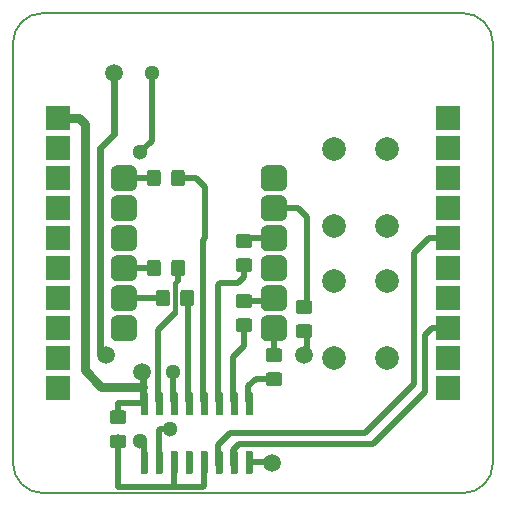
<source format=gbr>
G04 #@! TF.GenerationSoftware,KiCad,Pcbnew,(5.1.4)-1*
G04 #@! TF.CreationDate,2020-01-25T22:58:35+03:00*
G04 #@! TF.ProjectId,LED,4c45442e-6b69-4636-9164-5f7063625858,rev?*
G04 #@! TF.SameCoordinates,Original*
G04 #@! TF.FileFunction,Copper,L1,Top*
G04 #@! TF.FilePolarity,Positive*
%FSLAX46Y46*%
G04 Gerber Fmt 4.6, Leading zero omitted, Abs format (unit mm)*
G04 Created by KiCad (PCBNEW (5.1.4)-1) date 2020-01-25 22:58:36*
%MOMM*%
%LPD*%
G04 APERTURE LIST*
%ADD10C,0.150000*%
%ADD11C,2.200000*%
%ADD12C,1.150000*%
%ADD13R,2.000000X2.000000*%
%ADD14C,2.000000*%
%ADD15C,0.600000*%
%ADD16C,1.500000*%
%ADD17C,1.300000*%
%ADD18C,0.500000*%
%ADD19C,0.400000*%
%ADD20C,0.600000*%
%ADD21C,0.800000*%
%ADD22C,0.300000*%
G04 APERTURE END LIST*
D10*
X127000000Y-50800000D02*
G75*
G02X129540000Y-53340000I0J-2540000D01*
G01*
X129540000Y-88900000D02*
G75*
G02X127000000Y-91440000I-2540000J0D01*
G01*
X91440000Y-91440000D02*
G75*
G02X88900000Y-88900000I0J2540000D01*
G01*
X88900000Y-53340000D02*
G75*
G02X91440000Y-50800000I2540000J0D01*
G01*
X88900000Y-88900000D02*
X88900000Y-53340000D01*
X127000000Y-91440000D02*
X91440000Y-91440000D01*
X129540000Y-53340000D02*
X129540000Y-88900000D01*
X91440000Y-50800000D02*
X127000000Y-50800000D01*
G36*
X98901909Y-76372648D02*
G01*
X98955300Y-76380568D01*
X99007657Y-76393683D01*
X99058476Y-76411866D01*
X99107268Y-76434943D01*
X99153564Y-76462692D01*
X99196916Y-76494844D01*
X99236909Y-76531091D01*
X99273156Y-76571084D01*
X99305308Y-76614436D01*
X99333057Y-76660732D01*
X99356134Y-76709524D01*
X99374317Y-76760343D01*
X99387432Y-76812700D01*
X99395352Y-76866091D01*
X99398000Y-76920000D01*
X99398000Y-78020000D01*
X99395352Y-78073909D01*
X99387432Y-78127300D01*
X99374317Y-78179657D01*
X99356134Y-78230476D01*
X99333057Y-78279268D01*
X99305308Y-78325564D01*
X99273156Y-78368916D01*
X99236909Y-78408909D01*
X99196916Y-78445156D01*
X99153564Y-78477308D01*
X99107268Y-78505057D01*
X99058476Y-78528134D01*
X99007657Y-78546317D01*
X98955300Y-78559432D01*
X98901909Y-78567352D01*
X98848000Y-78570000D01*
X97748000Y-78570000D01*
X97694091Y-78567352D01*
X97640700Y-78559432D01*
X97588343Y-78546317D01*
X97537524Y-78528134D01*
X97488732Y-78505057D01*
X97442436Y-78477308D01*
X97399084Y-78445156D01*
X97359091Y-78408909D01*
X97322844Y-78368916D01*
X97290692Y-78325564D01*
X97262943Y-78279268D01*
X97239866Y-78230476D01*
X97221683Y-78179657D01*
X97208568Y-78127300D01*
X97200648Y-78073909D01*
X97198000Y-78020000D01*
X97198000Y-76920000D01*
X97200648Y-76866091D01*
X97208568Y-76812700D01*
X97221683Y-76760343D01*
X97239866Y-76709524D01*
X97262943Y-76660732D01*
X97290692Y-76614436D01*
X97322844Y-76571084D01*
X97359091Y-76531091D01*
X97399084Y-76494844D01*
X97442436Y-76462692D01*
X97488732Y-76434943D01*
X97537524Y-76411866D01*
X97588343Y-76393683D01*
X97640700Y-76380568D01*
X97694091Y-76372648D01*
X97748000Y-76370000D01*
X98848000Y-76370000D01*
X98901909Y-76372648D01*
X98901909Y-76372648D01*
G37*
D11*
X98298000Y-77470000D03*
D10*
G36*
X98901909Y-73832648D02*
G01*
X98955300Y-73840568D01*
X99007657Y-73853683D01*
X99058476Y-73871866D01*
X99107268Y-73894943D01*
X99153564Y-73922692D01*
X99196916Y-73954844D01*
X99236909Y-73991091D01*
X99273156Y-74031084D01*
X99305308Y-74074436D01*
X99333057Y-74120732D01*
X99356134Y-74169524D01*
X99374317Y-74220343D01*
X99387432Y-74272700D01*
X99395352Y-74326091D01*
X99398000Y-74380000D01*
X99398000Y-75480000D01*
X99395352Y-75533909D01*
X99387432Y-75587300D01*
X99374317Y-75639657D01*
X99356134Y-75690476D01*
X99333057Y-75739268D01*
X99305308Y-75785564D01*
X99273156Y-75828916D01*
X99236909Y-75868909D01*
X99196916Y-75905156D01*
X99153564Y-75937308D01*
X99107268Y-75965057D01*
X99058476Y-75988134D01*
X99007657Y-76006317D01*
X98955300Y-76019432D01*
X98901909Y-76027352D01*
X98848000Y-76030000D01*
X97748000Y-76030000D01*
X97694091Y-76027352D01*
X97640700Y-76019432D01*
X97588343Y-76006317D01*
X97537524Y-75988134D01*
X97488732Y-75965057D01*
X97442436Y-75937308D01*
X97399084Y-75905156D01*
X97359091Y-75868909D01*
X97322844Y-75828916D01*
X97290692Y-75785564D01*
X97262943Y-75739268D01*
X97239866Y-75690476D01*
X97221683Y-75639657D01*
X97208568Y-75587300D01*
X97200648Y-75533909D01*
X97198000Y-75480000D01*
X97198000Y-74380000D01*
X97200648Y-74326091D01*
X97208568Y-74272700D01*
X97221683Y-74220343D01*
X97239866Y-74169524D01*
X97262943Y-74120732D01*
X97290692Y-74074436D01*
X97322844Y-74031084D01*
X97359091Y-73991091D01*
X97399084Y-73954844D01*
X97442436Y-73922692D01*
X97488732Y-73894943D01*
X97537524Y-73871866D01*
X97588343Y-73853683D01*
X97640700Y-73840568D01*
X97694091Y-73832648D01*
X97748000Y-73830000D01*
X98848000Y-73830000D01*
X98901909Y-73832648D01*
X98901909Y-73832648D01*
G37*
D11*
X98298000Y-74930000D03*
D10*
G36*
X98901909Y-71292648D02*
G01*
X98955300Y-71300568D01*
X99007657Y-71313683D01*
X99058476Y-71331866D01*
X99107268Y-71354943D01*
X99153564Y-71382692D01*
X99196916Y-71414844D01*
X99236909Y-71451091D01*
X99273156Y-71491084D01*
X99305308Y-71534436D01*
X99333057Y-71580732D01*
X99356134Y-71629524D01*
X99374317Y-71680343D01*
X99387432Y-71732700D01*
X99395352Y-71786091D01*
X99398000Y-71840000D01*
X99398000Y-72940000D01*
X99395352Y-72993909D01*
X99387432Y-73047300D01*
X99374317Y-73099657D01*
X99356134Y-73150476D01*
X99333057Y-73199268D01*
X99305308Y-73245564D01*
X99273156Y-73288916D01*
X99236909Y-73328909D01*
X99196916Y-73365156D01*
X99153564Y-73397308D01*
X99107268Y-73425057D01*
X99058476Y-73448134D01*
X99007657Y-73466317D01*
X98955300Y-73479432D01*
X98901909Y-73487352D01*
X98848000Y-73490000D01*
X97748000Y-73490000D01*
X97694091Y-73487352D01*
X97640700Y-73479432D01*
X97588343Y-73466317D01*
X97537524Y-73448134D01*
X97488732Y-73425057D01*
X97442436Y-73397308D01*
X97399084Y-73365156D01*
X97359091Y-73328909D01*
X97322844Y-73288916D01*
X97290692Y-73245564D01*
X97262943Y-73199268D01*
X97239866Y-73150476D01*
X97221683Y-73099657D01*
X97208568Y-73047300D01*
X97200648Y-72993909D01*
X97198000Y-72940000D01*
X97198000Y-71840000D01*
X97200648Y-71786091D01*
X97208568Y-71732700D01*
X97221683Y-71680343D01*
X97239866Y-71629524D01*
X97262943Y-71580732D01*
X97290692Y-71534436D01*
X97322844Y-71491084D01*
X97359091Y-71451091D01*
X97399084Y-71414844D01*
X97442436Y-71382692D01*
X97488732Y-71354943D01*
X97537524Y-71331866D01*
X97588343Y-71313683D01*
X97640700Y-71300568D01*
X97694091Y-71292648D01*
X97748000Y-71290000D01*
X98848000Y-71290000D01*
X98901909Y-71292648D01*
X98901909Y-71292648D01*
G37*
D11*
X98298000Y-72390000D03*
D10*
G36*
X98901909Y-68752648D02*
G01*
X98955300Y-68760568D01*
X99007657Y-68773683D01*
X99058476Y-68791866D01*
X99107268Y-68814943D01*
X99153564Y-68842692D01*
X99196916Y-68874844D01*
X99236909Y-68911091D01*
X99273156Y-68951084D01*
X99305308Y-68994436D01*
X99333057Y-69040732D01*
X99356134Y-69089524D01*
X99374317Y-69140343D01*
X99387432Y-69192700D01*
X99395352Y-69246091D01*
X99398000Y-69300000D01*
X99398000Y-70400000D01*
X99395352Y-70453909D01*
X99387432Y-70507300D01*
X99374317Y-70559657D01*
X99356134Y-70610476D01*
X99333057Y-70659268D01*
X99305308Y-70705564D01*
X99273156Y-70748916D01*
X99236909Y-70788909D01*
X99196916Y-70825156D01*
X99153564Y-70857308D01*
X99107268Y-70885057D01*
X99058476Y-70908134D01*
X99007657Y-70926317D01*
X98955300Y-70939432D01*
X98901909Y-70947352D01*
X98848000Y-70950000D01*
X97748000Y-70950000D01*
X97694091Y-70947352D01*
X97640700Y-70939432D01*
X97588343Y-70926317D01*
X97537524Y-70908134D01*
X97488732Y-70885057D01*
X97442436Y-70857308D01*
X97399084Y-70825156D01*
X97359091Y-70788909D01*
X97322844Y-70748916D01*
X97290692Y-70705564D01*
X97262943Y-70659268D01*
X97239866Y-70610476D01*
X97221683Y-70559657D01*
X97208568Y-70507300D01*
X97200648Y-70453909D01*
X97198000Y-70400000D01*
X97198000Y-69300000D01*
X97200648Y-69246091D01*
X97208568Y-69192700D01*
X97221683Y-69140343D01*
X97239866Y-69089524D01*
X97262943Y-69040732D01*
X97290692Y-68994436D01*
X97322844Y-68951084D01*
X97359091Y-68911091D01*
X97399084Y-68874844D01*
X97442436Y-68842692D01*
X97488732Y-68814943D01*
X97537524Y-68791866D01*
X97588343Y-68773683D01*
X97640700Y-68760568D01*
X97694091Y-68752648D01*
X97748000Y-68750000D01*
X98848000Y-68750000D01*
X98901909Y-68752648D01*
X98901909Y-68752648D01*
G37*
D11*
X98298000Y-69850000D03*
D10*
G36*
X98901909Y-66212648D02*
G01*
X98955300Y-66220568D01*
X99007657Y-66233683D01*
X99058476Y-66251866D01*
X99107268Y-66274943D01*
X99153564Y-66302692D01*
X99196916Y-66334844D01*
X99236909Y-66371091D01*
X99273156Y-66411084D01*
X99305308Y-66454436D01*
X99333057Y-66500732D01*
X99356134Y-66549524D01*
X99374317Y-66600343D01*
X99387432Y-66652700D01*
X99395352Y-66706091D01*
X99398000Y-66760000D01*
X99398000Y-67860000D01*
X99395352Y-67913909D01*
X99387432Y-67967300D01*
X99374317Y-68019657D01*
X99356134Y-68070476D01*
X99333057Y-68119268D01*
X99305308Y-68165564D01*
X99273156Y-68208916D01*
X99236909Y-68248909D01*
X99196916Y-68285156D01*
X99153564Y-68317308D01*
X99107268Y-68345057D01*
X99058476Y-68368134D01*
X99007657Y-68386317D01*
X98955300Y-68399432D01*
X98901909Y-68407352D01*
X98848000Y-68410000D01*
X97748000Y-68410000D01*
X97694091Y-68407352D01*
X97640700Y-68399432D01*
X97588343Y-68386317D01*
X97537524Y-68368134D01*
X97488732Y-68345057D01*
X97442436Y-68317308D01*
X97399084Y-68285156D01*
X97359091Y-68248909D01*
X97322844Y-68208916D01*
X97290692Y-68165564D01*
X97262943Y-68119268D01*
X97239866Y-68070476D01*
X97221683Y-68019657D01*
X97208568Y-67967300D01*
X97200648Y-67913909D01*
X97198000Y-67860000D01*
X97198000Y-66760000D01*
X97200648Y-66706091D01*
X97208568Y-66652700D01*
X97221683Y-66600343D01*
X97239866Y-66549524D01*
X97262943Y-66500732D01*
X97290692Y-66454436D01*
X97322844Y-66411084D01*
X97359091Y-66371091D01*
X97399084Y-66334844D01*
X97442436Y-66302692D01*
X97488732Y-66274943D01*
X97537524Y-66251866D01*
X97588343Y-66233683D01*
X97640700Y-66220568D01*
X97694091Y-66212648D01*
X97748000Y-66210000D01*
X98848000Y-66210000D01*
X98901909Y-66212648D01*
X98901909Y-66212648D01*
G37*
D11*
X98298000Y-67310000D03*
D10*
G36*
X98901909Y-63672648D02*
G01*
X98955300Y-63680568D01*
X99007657Y-63693683D01*
X99058476Y-63711866D01*
X99107268Y-63734943D01*
X99153564Y-63762692D01*
X99196916Y-63794844D01*
X99236909Y-63831091D01*
X99273156Y-63871084D01*
X99305308Y-63914436D01*
X99333057Y-63960732D01*
X99356134Y-64009524D01*
X99374317Y-64060343D01*
X99387432Y-64112700D01*
X99395352Y-64166091D01*
X99398000Y-64220000D01*
X99398000Y-65320000D01*
X99395352Y-65373909D01*
X99387432Y-65427300D01*
X99374317Y-65479657D01*
X99356134Y-65530476D01*
X99333057Y-65579268D01*
X99305308Y-65625564D01*
X99273156Y-65668916D01*
X99236909Y-65708909D01*
X99196916Y-65745156D01*
X99153564Y-65777308D01*
X99107268Y-65805057D01*
X99058476Y-65828134D01*
X99007657Y-65846317D01*
X98955300Y-65859432D01*
X98901909Y-65867352D01*
X98848000Y-65870000D01*
X97748000Y-65870000D01*
X97694091Y-65867352D01*
X97640700Y-65859432D01*
X97588343Y-65846317D01*
X97537524Y-65828134D01*
X97488732Y-65805057D01*
X97442436Y-65777308D01*
X97399084Y-65745156D01*
X97359091Y-65708909D01*
X97322844Y-65668916D01*
X97290692Y-65625564D01*
X97262943Y-65579268D01*
X97239866Y-65530476D01*
X97221683Y-65479657D01*
X97208568Y-65427300D01*
X97200648Y-65373909D01*
X97198000Y-65320000D01*
X97198000Y-64220000D01*
X97200648Y-64166091D01*
X97208568Y-64112700D01*
X97221683Y-64060343D01*
X97239866Y-64009524D01*
X97262943Y-63960732D01*
X97290692Y-63914436D01*
X97322844Y-63871084D01*
X97359091Y-63831091D01*
X97399084Y-63794844D01*
X97442436Y-63762692D01*
X97488732Y-63734943D01*
X97537524Y-63711866D01*
X97588343Y-63693683D01*
X97640700Y-63680568D01*
X97694091Y-63672648D01*
X97748000Y-63670000D01*
X98848000Y-63670000D01*
X98901909Y-63672648D01*
X98901909Y-63672648D01*
G37*
D11*
X98298000Y-64770000D03*
D10*
G36*
X111601909Y-63672648D02*
G01*
X111655300Y-63680568D01*
X111707657Y-63693683D01*
X111758476Y-63711866D01*
X111807268Y-63734943D01*
X111853564Y-63762692D01*
X111896916Y-63794844D01*
X111936909Y-63831091D01*
X111973156Y-63871084D01*
X112005308Y-63914436D01*
X112033057Y-63960732D01*
X112056134Y-64009524D01*
X112074317Y-64060343D01*
X112087432Y-64112700D01*
X112095352Y-64166091D01*
X112098000Y-64220000D01*
X112098000Y-65320000D01*
X112095352Y-65373909D01*
X112087432Y-65427300D01*
X112074317Y-65479657D01*
X112056134Y-65530476D01*
X112033057Y-65579268D01*
X112005308Y-65625564D01*
X111973156Y-65668916D01*
X111936909Y-65708909D01*
X111896916Y-65745156D01*
X111853564Y-65777308D01*
X111807268Y-65805057D01*
X111758476Y-65828134D01*
X111707657Y-65846317D01*
X111655300Y-65859432D01*
X111601909Y-65867352D01*
X111548000Y-65870000D01*
X110448000Y-65870000D01*
X110394091Y-65867352D01*
X110340700Y-65859432D01*
X110288343Y-65846317D01*
X110237524Y-65828134D01*
X110188732Y-65805057D01*
X110142436Y-65777308D01*
X110099084Y-65745156D01*
X110059091Y-65708909D01*
X110022844Y-65668916D01*
X109990692Y-65625564D01*
X109962943Y-65579268D01*
X109939866Y-65530476D01*
X109921683Y-65479657D01*
X109908568Y-65427300D01*
X109900648Y-65373909D01*
X109898000Y-65320000D01*
X109898000Y-64220000D01*
X109900648Y-64166091D01*
X109908568Y-64112700D01*
X109921683Y-64060343D01*
X109939866Y-64009524D01*
X109962943Y-63960732D01*
X109990692Y-63914436D01*
X110022844Y-63871084D01*
X110059091Y-63831091D01*
X110099084Y-63794844D01*
X110142436Y-63762692D01*
X110188732Y-63734943D01*
X110237524Y-63711866D01*
X110288343Y-63693683D01*
X110340700Y-63680568D01*
X110394091Y-63672648D01*
X110448000Y-63670000D01*
X111548000Y-63670000D01*
X111601909Y-63672648D01*
X111601909Y-63672648D01*
G37*
D11*
X110998000Y-64770000D03*
D10*
G36*
X111601909Y-66212648D02*
G01*
X111655300Y-66220568D01*
X111707657Y-66233683D01*
X111758476Y-66251866D01*
X111807268Y-66274943D01*
X111853564Y-66302692D01*
X111896916Y-66334844D01*
X111936909Y-66371091D01*
X111973156Y-66411084D01*
X112005308Y-66454436D01*
X112033057Y-66500732D01*
X112056134Y-66549524D01*
X112074317Y-66600343D01*
X112087432Y-66652700D01*
X112095352Y-66706091D01*
X112098000Y-66760000D01*
X112098000Y-67860000D01*
X112095352Y-67913909D01*
X112087432Y-67967300D01*
X112074317Y-68019657D01*
X112056134Y-68070476D01*
X112033057Y-68119268D01*
X112005308Y-68165564D01*
X111973156Y-68208916D01*
X111936909Y-68248909D01*
X111896916Y-68285156D01*
X111853564Y-68317308D01*
X111807268Y-68345057D01*
X111758476Y-68368134D01*
X111707657Y-68386317D01*
X111655300Y-68399432D01*
X111601909Y-68407352D01*
X111548000Y-68410000D01*
X110448000Y-68410000D01*
X110394091Y-68407352D01*
X110340700Y-68399432D01*
X110288343Y-68386317D01*
X110237524Y-68368134D01*
X110188732Y-68345057D01*
X110142436Y-68317308D01*
X110099084Y-68285156D01*
X110059091Y-68248909D01*
X110022844Y-68208916D01*
X109990692Y-68165564D01*
X109962943Y-68119268D01*
X109939866Y-68070476D01*
X109921683Y-68019657D01*
X109908568Y-67967300D01*
X109900648Y-67913909D01*
X109898000Y-67860000D01*
X109898000Y-66760000D01*
X109900648Y-66706091D01*
X109908568Y-66652700D01*
X109921683Y-66600343D01*
X109939866Y-66549524D01*
X109962943Y-66500732D01*
X109990692Y-66454436D01*
X110022844Y-66411084D01*
X110059091Y-66371091D01*
X110099084Y-66334844D01*
X110142436Y-66302692D01*
X110188732Y-66274943D01*
X110237524Y-66251866D01*
X110288343Y-66233683D01*
X110340700Y-66220568D01*
X110394091Y-66212648D01*
X110448000Y-66210000D01*
X111548000Y-66210000D01*
X111601909Y-66212648D01*
X111601909Y-66212648D01*
G37*
D11*
X110998000Y-67310000D03*
D10*
G36*
X111601909Y-68752648D02*
G01*
X111655300Y-68760568D01*
X111707657Y-68773683D01*
X111758476Y-68791866D01*
X111807268Y-68814943D01*
X111853564Y-68842692D01*
X111896916Y-68874844D01*
X111936909Y-68911091D01*
X111973156Y-68951084D01*
X112005308Y-68994436D01*
X112033057Y-69040732D01*
X112056134Y-69089524D01*
X112074317Y-69140343D01*
X112087432Y-69192700D01*
X112095352Y-69246091D01*
X112098000Y-69300000D01*
X112098000Y-70400000D01*
X112095352Y-70453909D01*
X112087432Y-70507300D01*
X112074317Y-70559657D01*
X112056134Y-70610476D01*
X112033057Y-70659268D01*
X112005308Y-70705564D01*
X111973156Y-70748916D01*
X111936909Y-70788909D01*
X111896916Y-70825156D01*
X111853564Y-70857308D01*
X111807268Y-70885057D01*
X111758476Y-70908134D01*
X111707657Y-70926317D01*
X111655300Y-70939432D01*
X111601909Y-70947352D01*
X111548000Y-70950000D01*
X110448000Y-70950000D01*
X110394091Y-70947352D01*
X110340700Y-70939432D01*
X110288343Y-70926317D01*
X110237524Y-70908134D01*
X110188732Y-70885057D01*
X110142436Y-70857308D01*
X110099084Y-70825156D01*
X110059091Y-70788909D01*
X110022844Y-70748916D01*
X109990692Y-70705564D01*
X109962943Y-70659268D01*
X109939866Y-70610476D01*
X109921683Y-70559657D01*
X109908568Y-70507300D01*
X109900648Y-70453909D01*
X109898000Y-70400000D01*
X109898000Y-69300000D01*
X109900648Y-69246091D01*
X109908568Y-69192700D01*
X109921683Y-69140343D01*
X109939866Y-69089524D01*
X109962943Y-69040732D01*
X109990692Y-68994436D01*
X110022844Y-68951084D01*
X110059091Y-68911091D01*
X110099084Y-68874844D01*
X110142436Y-68842692D01*
X110188732Y-68814943D01*
X110237524Y-68791866D01*
X110288343Y-68773683D01*
X110340700Y-68760568D01*
X110394091Y-68752648D01*
X110448000Y-68750000D01*
X111548000Y-68750000D01*
X111601909Y-68752648D01*
X111601909Y-68752648D01*
G37*
D11*
X110998000Y-69850000D03*
D10*
G36*
X111601909Y-71292648D02*
G01*
X111655300Y-71300568D01*
X111707657Y-71313683D01*
X111758476Y-71331866D01*
X111807268Y-71354943D01*
X111853564Y-71382692D01*
X111896916Y-71414844D01*
X111936909Y-71451091D01*
X111973156Y-71491084D01*
X112005308Y-71534436D01*
X112033057Y-71580732D01*
X112056134Y-71629524D01*
X112074317Y-71680343D01*
X112087432Y-71732700D01*
X112095352Y-71786091D01*
X112098000Y-71840000D01*
X112098000Y-72940000D01*
X112095352Y-72993909D01*
X112087432Y-73047300D01*
X112074317Y-73099657D01*
X112056134Y-73150476D01*
X112033057Y-73199268D01*
X112005308Y-73245564D01*
X111973156Y-73288916D01*
X111936909Y-73328909D01*
X111896916Y-73365156D01*
X111853564Y-73397308D01*
X111807268Y-73425057D01*
X111758476Y-73448134D01*
X111707657Y-73466317D01*
X111655300Y-73479432D01*
X111601909Y-73487352D01*
X111548000Y-73490000D01*
X110448000Y-73490000D01*
X110394091Y-73487352D01*
X110340700Y-73479432D01*
X110288343Y-73466317D01*
X110237524Y-73448134D01*
X110188732Y-73425057D01*
X110142436Y-73397308D01*
X110099084Y-73365156D01*
X110059091Y-73328909D01*
X110022844Y-73288916D01*
X109990692Y-73245564D01*
X109962943Y-73199268D01*
X109939866Y-73150476D01*
X109921683Y-73099657D01*
X109908568Y-73047300D01*
X109900648Y-72993909D01*
X109898000Y-72940000D01*
X109898000Y-71840000D01*
X109900648Y-71786091D01*
X109908568Y-71732700D01*
X109921683Y-71680343D01*
X109939866Y-71629524D01*
X109962943Y-71580732D01*
X109990692Y-71534436D01*
X110022844Y-71491084D01*
X110059091Y-71451091D01*
X110099084Y-71414844D01*
X110142436Y-71382692D01*
X110188732Y-71354943D01*
X110237524Y-71331866D01*
X110288343Y-71313683D01*
X110340700Y-71300568D01*
X110394091Y-71292648D01*
X110448000Y-71290000D01*
X111548000Y-71290000D01*
X111601909Y-71292648D01*
X111601909Y-71292648D01*
G37*
D11*
X110998000Y-72390000D03*
D10*
G36*
X111601909Y-73832648D02*
G01*
X111655300Y-73840568D01*
X111707657Y-73853683D01*
X111758476Y-73871866D01*
X111807268Y-73894943D01*
X111853564Y-73922692D01*
X111896916Y-73954844D01*
X111936909Y-73991091D01*
X111973156Y-74031084D01*
X112005308Y-74074436D01*
X112033057Y-74120732D01*
X112056134Y-74169524D01*
X112074317Y-74220343D01*
X112087432Y-74272700D01*
X112095352Y-74326091D01*
X112098000Y-74380000D01*
X112098000Y-75480000D01*
X112095352Y-75533909D01*
X112087432Y-75587300D01*
X112074317Y-75639657D01*
X112056134Y-75690476D01*
X112033057Y-75739268D01*
X112005308Y-75785564D01*
X111973156Y-75828916D01*
X111936909Y-75868909D01*
X111896916Y-75905156D01*
X111853564Y-75937308D01*
X111807268Y-75965057D01*
X111758476Y-75988134D01*
X111707657Y-76006317D01*
X111655300Y-76019432D01*
X111601909Y-76027352D01*
X111548000Y-76030000D01*
X110448000Y-76030000D01*
X110394091Y-76027352D01*
X110340700Y-76019432D01*
X110288343Y-76006317D01*
X110237524Y-75988134D01*
X110188732Y-75965057D01*
X110142436Y-75937308D01*
X110099084Y-75905156D01*
X110059091Y-75868909D01*
X110022844Y-75828916D01*
X109990692Y-75785564D01*
X109962943Y-75739268D01*
X109939866Y-75690476D01*
X109921683Y-75639657D01*
X109908568Y-75587300D01*
X109900648Y-75533909D01*
X109898000Y-75480000D01*
X109898000Y-74380000D01*
X109900648Y-74326091D01*
X109908568Y-74272700D01*
X109921683Y-74220343D01*
X109939866Y-74169524D01*
X109962943Y-74120732D01*
X109990692Y-74074436D01*
X110022844Y-74031084D01*
X110059091Y-73991091D01*
X110099084Y-73954844D01*
X110142436Y-73922692D01*
X110188732Y-73894943D01*
X110237524Y-73871866D01*
X110288343Y-73853683D01*
X110340700Y-73840568D01*
X110394091Y-73832648D01*
X110448000Y-73830000D01*
X111548000Y-73830000D01*
X111601909Y-73832648D01*
X111601909Y-73832648D01*
G37*
D11*
X110998000Y-74930000D03*
D10*
G36*
X111601909Y-76372648D02*
G01*
X111655300Y-76380568D01*
X111707657Y-76393683D01*
X111758476Y-76411866D01*
X111807268Y-76434943D01*
X111853564Y-76462692D01*
X111896916Y-76494844D01*
X111936909Y-76531091D01*
X111973156Y-76571084D01*
X112005308Y-76614436D01*
X112033057Y-76660732D01*
X112056134Y-76709524D01*
X112074317Y-76760343D01*
X112087432Y-76812700D01*
X112095352Y-76866091D01*
X112098000Y-76920000D01*
X112098000Y-78020000D01*
X112095352Y-78073909D01*
X112087432Y-78127300D01*
X112074317Y-78179657D01*
X112056134Y-78230476D01*
X112033057Y-78279268D01*
X112005308Y-78325564D01*
X111973156Y-78368916D01*
X111936909Y-78408909D01*
X111896916Y-78445156D01*
X111853564Y-78477308D01*
X111807268Y-78505057D01*
X111758476Y-78528134D01*
X111707657Y-78546317D01*
X111655300Y-78559432D01*
X111601909Y-78567352D01*
X111548000Y-78570000D01*
X110448000Y-78570000D01*
X110394091Y-78567352D01*
X110340700Y-78559432D01*
X110288343Y-78546317D01*
X110237524Y-78528134D01*
X110188732Y-78505057D01*
X110142436Y-78477308D01*
X110099084Y-78445156D01*
X110059091Y-78408909D01*
X110022844Y-78368916D01*
X109990692Y-78325564D01*
X109962943Y-78279268D01*
X109939866Y-78230476D01*
X109921683Y-78179657D01*
X109908568Y-78127300D01*
X109900648Y-78073909D01*
X109898000Y-78020000D01*
X109898000Y-76920000D01*
X109900648Y-76866091D01*
X109908568Y-76812700D01*
X109921683Y-76760343D01*
X109939866Y-76709524D01*
X109962943Y-76660732D01*
X109990692Y-76614436D01*
X110022844Y-76571084D01*
X110059091Y-76531091D01*
X110099084Y-76494844D01*
X110142436Y-76462692D01*
X110188732Y-76434943D01*
X110237524Y-76411866D01*
X110288343Y-76393683D01*
X110340700Y-76380568D01*
X110394091Y-76372648D01*
X110448000Y-76370000D01*
X111548000Y-76370000D01*
X111601909Y-76372648D01*
X111601909Y-76372648D01*
G37*
D11*
X110998000Y-77470000D03*
D10*
G36*
X114012505Y-77159204D02*
G01*
X114036773Y-77162804D01*
X114060572Y-77168765D01*
X114083671Y-77177030D01*
X114105850Y-77187520D01*
X114126893Y-77200132D01*
X114146599Y-77214747D01*
X114164777Y-77231223D01*
X114181253Y-77249401D01*
X114195868Y-77269107D01*
X114208480Y-77290150D01*
X114218970Y-77312329D01*
X114227235Y-77335428D01*
X114233196Y-77359227D01*
X114236796Y-77383495D01*
X114238000Y-77407999D01*
X114238000Y-78058001D01*
X114236796Y-78082505D01*
X114233196Y-78106773D01*
X114227235Y-78130572D01*
X114218970Y-78153671D01*
X114208480Y-78175850D01*
X114195868Y-78196893D01*
X114181253Y-78216599D01*
X114164777Y-78234777D01*
X114146599Y-78251253D01*
X114126893Y-78265868D01*
X114105850Y-78278480D01*
X114083671Y-78288970D01*
X114060572Y-78297235D01*
X114036773Y-78303196D01*
X114012505Y-78306796D01*
X113988001Y-78308000D01*
X113087999Y-78308000D01*
X113063495Y-78306796D01*
X113039227Y-78303196D01*
X113015428Y-78297235D01*
X112992329Y-78288970D01*
X112970150Y-78278480D01*
X112949107Y-78265868D01*
X112929401Y-78251253D01*
X112911223Y-78234777D01*
X112894747Y-78216599D01*
X112880132Y-78196893D01*
X112867520Y-78175850D01*
X112857030Y-78153671D01*
X112848765Y-78130572D01*
X112842804Y-78106773D01*
X112839204Y-78082505D01*
X112838000Y-78058001D01*
X112838000Y-77407999D01*
X112839204Y-77383495D01*
X112842804Y-77359227D01*
X112848765Y-77335428D01*
X112857030Y-77312329D01*
X112867520Y-77290150D01*
X112880132Y-77269107D01*
X112894747Y-77249401D01*
X112911223Y-77231223D01*
X112929401Y-77214747D01*
X112949107Y-77200132D01*
X112970150Y-77187520D01*
X112992329Y-77177030D01*
X113015428Y-77168765D01*
X113039227Y-77162804D01*
X113063495Y-77159204D01*
X113087999Y-77158000D01*
X113988001Y-77158000D01*
X114012505Y-77159204D01*
X114012505Y-77159204D01*
G37*
D12*
X113538000Y-77733000D03*
D10*
G36*
X114012505Y-75109204D02*
G01*
X114036773Y-75112804D01*
X114060572Y-75118765D01*
X114083671Y-75127030D01*
X114105850Y-75137520D01*
X114126893Y-75150132D01*
X114146599Y-75164747D01*
X114164777Y-75181223D01*
X114181253Y-75199401D01*
X114195868Y-75219107D01*
X114208480Y-75240150D01*
X114218970Y-75262329D01*
X114227235Y-75285428D01*
X114233196Y-75309227D01*
X114236796Y-75333495D01*
X114238000Y-75357999D01*
X114238000Y-76008001D01*
X114236796Y-76032505D01*
X114233196Y-76056773D01*
X114227235Y-76080572D01*
X114218970Y-76103671D01*
X114208480Y-76125850D01*
X114195868Y-76146893D01*
X114181253Y-76166599D01*
X114164777Y-76184777D01*
X114146599Y-76201253D01*
X114126893Y-76215868D01*
X114105850Y-76228480D01*
X114083671Y-76238970D01*
X114060572Y-76247235D01*
X114036773Y-76253196D01*
X114012505Y-76256796D01*
X113988001Y-76258000D01*
X113087999Y-76258000D01*
X113063495Y-76256796D01*
X113039227Y-76253196D01*
X113015428Y-76247235D01*
X112992329Y-76238970D01*
X112970150Y-76228480D01*
X112949107Y-76215868D01*
X112929401Y-76201253D01*
X112911223Y-76184777D01*
X112894747Y-76166599D01*
X112880132Y-76146893D01*
X112867520Y-76125850D01*
X112857030Y-76103671D01*
X112848765Y-76080572D01*
X112842804Y-76056773D01*
X112839204Y-76032505D01*
X112838000Y-76008001D01*
X112838000Y-75357999D01*
X112839204Y-75333495D01*
X112842804Y-75309227D01*
X112848765Y-75285428D01*
X112857030Y-75262329D01*
X112867520Y-75240150D01*
X112880132Y-75219107D01*
X112894747Y-75199401D01*
X112911223Y-75181223D01*
X112929401Y-75164747D01*
X112949107Y-75150132D01*
X112970150Y-75137520D01*
X112992329Y-75127030D01*
X113015428Y-75118765D01*
X113039227Y-75112804D01*
X113063495Y-75109204D01*
X113087999Y-75108000D01*
X113988001Y-75108000D01*
X114012505Y-75109204D01*
X114012505Y-75109204D01*
G37*
D12*
X113538000Y-75683000D03*
D13*
X125730000Y-82550000D03*
X125730000Y-80010000D03*
X125730000Y-77470000D03*
X125730000Y-74930000D03*
X125730000Y-72390000D03*
X125730000Y-69850000D03*
X125730000Y-67310000D03*
X125730000Y-64770000D03*
X125730000Y-62230000D03*
X125730000Y-59690000D03*
X92710000Y-62230000D03*
X92710000Y-64770000D03*
X92710000Y-67310000D03*
X92710000Y-69850000D03*
X92710000Y-72390000D03*
X92710000Y-74930000D03*
X92710000Y-77470000D03*
X92710000Y-80010000D03*
X92710000Y-59690000D03*
X92710000Y-82550000D03*
D14*
X120578000Y-80010000D03*
X116078000Y-80010000D03*
X120578000Y-73510000D03*
X116078000Y-73510000D03*
X116078000Y-62334000D03*
X120578000Y-62334000D03*
X116078000Y-68834000D03*
X120578000Y-68834000D03*
D10*
G36*
X103999505Y-74231204D02*
G01*
X104023773Y-74234804D01*
X104047572Y-74240765D01*
X104070671Y-74249030D01*
X104092850Y-74259520D01*
X104113893Y-74272132D01*
X104133599Y-74286747D01*
X104151777Y-74303223D01*
X104168253Y-74321401D01*
X104182868Y-74341107D01*
X104195480Y-74362150D01*
X104205970Y-74384329D01*
X104214235Y-74407428D01*
X104220196Y-74431227D01*
X104223796Y-74455495D01*
X104225000Y-74479999D01*
X104225000Y-75380001D01*
X104223796Y-75404505D01*
X104220196Y-75428773D01*
X104214235Y-75452572D01*
X104205970Y-75475671D01*
X104195480Y-75497850D01*
X104182868Y-75518893D01*
X104168253Y-75538599D01*
X104151777Y-75556777D01*
X104133599Y-75573253D01*
X104113893Y-75587868D01*
X104092850Y-75600480D01*
X104070671Y-75610970D01*
X104047572Y-75619235D01*
X104023773Y-75625196D01*
X103999505Y-75628796D01*
X103975001Y-75630000D01*
X103324999Y-75630000D01*
X103300495Y-75628796D01*
X103276227Y-75625196D01*
X103252428Y-75619235D01*
X103229329Y-75610970D01*
X103207150Y-75600480D01*
X103186107Y-75587868D01*
X103166401Y-75573253D01*
X103148223Y-75556777D01*
X103131747Y-75538599D01*
X103117132Y-75518893D01*
X103104520Y-75497850D01*
X103094030Y-75475671D01*
X103085765Y-75452572D01*
X103079804Y-75428773D01*
X103076204Y-75404505D01*
X103075000Y-75380001D01*
X103075000Y-74479999D01*
X103076204Y-74455495D01*
X103079804Y-74431227D01*
X103085765Y-74407428D01*
X103094030Y-74384329D01*
X103104520Y-74362150D01*
X103117132Y-74341107D01*
X103131747Y-74321401D01*
X103148223Y-74303223D01*
X103166401Y-74286747D01*
X103186107Y-74272132D01*
X103207150Y-74259520D01*
X103229329Y-74249030D01*
X103252428Y-74240765D01*
X103276227Y-74234804D01*
X103300495Y-74231204D01*
X103324999Y-74230000D01*
X103975001Y-74230000D01*
X103999505Y-74231204D01*
X103999505Y-74231204D01*
G37*
D12*
X103650000Y-74930000D03*
D10*
G36*
X101949505Y-74231204D02*
G01*
X101973773Y-74234804D01*
X101997572Y-74240765D01*
X102020671Y-74249030D01*
X102042850Y-74259520D01*
X102063893Y-74272132D01*
X102083599Y-74286747D01*
X102101777Y-74303223D01*
X102118253Y-74321401D01*
X102132868Y-74341107D01*
X102145480Y-74362150D01*
X102155970Y-74384329D01*
X102164235Y-74407428D01*
X102170196Y-74431227D01*
X102173796Y-74455495D01*
X102175000Y-74479999D01*
X102175000Y-75380001D01*
X102173796Y-75404505D01*
X102170196Y-75428773D01*
X102164235Y-75452572D01*
X102155970Y-75475671D01*
X102145480Y-75497850D01*
X102132868Y-75518893D01*
X102118253Y-75538599D01*
X102101777Y-75556777D01*
X102083599Y-75573253D01*
X102063893Y-75587868D01*
X102042850Y-75600480D01*
X102020671Y-75610970D01*
X101997572Y-75619235D01*
X101973773Y-75625196D01*
X101949505Y-75628796D01*
X101925001Y-75630000D01*
X101274999Y-75630000D01*
X101250495Y-75628796D01*
X101226227Y-75625196D01*
X101202428Y-75619235D01*
X101179329Y-75610970D01*
X101157150Y-75600480D01*
X101136107Y-75587868D01*
X101116401Y-75573253D01*
X101098223Y-75556777D01*
X101081747Y-75538599D01*
X101067132Y-75518893D01*
X101054520Y-75497850D01*
X101044030Y-75475671D01*
X101035765Y-75452572D01*
X101029804Y-75428773D01*
X101026204Y-75404505D01*
X101025000Y-75380001D01*
X101025000Y-74479999D01*
X101026204Y-74455495D01*
X101029804Y-74431227D01*
X101035765Y-74407428D01*
X101044030Y-74384329D01*
X101054520Y-74362150D01*
X101067132Y-74341107D01*
X101081747Y-74321401D01*
X101098223Y-74303223D01*
X101116401Y-74286747D01*
X101136107Y-74272132D01*
X101157150Y-74259520D01*
X101179329Y-74249030D01*
X101202428Y-74240765D01*
X101226227Y-74234804D01*
X101250495Y-74231204D01*
X101274999Y-74230000D01*
X101925001Y-74230000D01*
X101949505Y-74231204D01*
X101949505Y-74231204D01*
G37*
D12*
X101600000Y-74930000D03*
D10*
G36*
X101178505Y-64071204D02*
G01*
X101202773Y-64074804D01*
X101226572Y-64080765D01*
X101249671Y-64089030D01*
X101271850Y-64099520D01*
X101292893Y-64112132D01*
X101312599Y-64126747D01*
X101330777Y-64143223D01*
X101347253Y-64161401D01*
X101361868Y-64181107D01*
X101374480Y-64202150D01*
X101384970Y-64224329D01*
X101393235Y-64247428D01*
X101399196Y-64271227D01*
X101402796Y-64295495D01*
X101404000Y-64319999D01*
X101404000Y-65220001D01*
X101402796Y-65244505D01*
X101399196Y-65268773D01*
X101393235Y-65292572D01*
X101384970Y-65315671D01*
X101374480Y-65337850D01*
X101361868Y-65358893D01*
X101347253Y-65378599D01*
X101330777Y-65396777D01*
X101312599Y-65413253D01*
X101292893Y-65427868D01*
X101271850Y-65440480D01*
X101249671Y-65450970D01*
X101226572Y-65459235D01*
X101202773Y-65465196D01*
X101178505Y-65468796D01*
X101154001Y-65470000D01*
X100503999Y-65470000D01*
X100479495Y-65468796D01*
X100455227Y-65465196D01*
X100431428Y-65459235D01*
X100408329Y-65450970D01*
X100386150Y-65440480D01*
X100365107Y-65427868D01*
X100345401Y-65413253D01*
X100327223Y-65396777D01*
X100310747Y-65378599D01*
X100296132Y-65358893D01*
X100283520Y-65337850D01*
X100273030Y-65315671D01*
X100264765Y-65292572D01*
X100258804Y-65268773D01*
X100255204Y-65244505D01*
X100254000Y-65220001D01*
X100254000Y-64319999D01*
X100255204Y-64295495D01*
X100258804Y-64271227D01*
X100264765Y-64247428D01*
X100273030Y-64224329D01*
X100283520Y-64202150D01*
X100296132Y-64181107D01*
X100310747Y-64161401D01*
X100327223Y-64143223D01*
X100345401Y-64126747D01*
X100365107Y-64112132D01*
X100386150Y-64099520D01*
X100408329Y-64089030D01*
X100431428Y-64080765D01*
X100455227Y-64074804D01*
X100479495Y-64071204D01*
X100503999Y-64070000D01*
X101154001Y-64070000D01*
X101178505Y-64071204D01*
X101178505Y-64071204D01*
G37*
D12*
X100829000Y-64770000D03*
D10*
G36*
X103228505Y-64071204D02*
G01*
X103252773Y-64074804D01*
X103276572Y-64080765D01*
X103299671Y-64089030D01*
X103321850Y-64099520D01*
X103342893Y-64112132D01*
X103362599Y-64126747D01*
X103380777Y-64143223D01*
X103397253Y-64161401D01*
X103411868Y-64181107D01*
X103424480Y-64202150D01*
X103434970Y-64224329D01*
X103443235Y-64247428D01*
X103449196Y-64271227D01*
X103452796Y-64295495D01*
X103454000Y-64319999D01*
X103454000Y-65220001D01*
X103452796Y-65244505D01*
X103449196Y-65268773D01*
X103443235Y-65292572D01*
X103434970Y-65315671D01*
X103424480Y-65337850D01*
X103411868Y-65358893D01*
X103397253Y-65378599D01*
X103380777Y-65396777D01*
X103362599Y-65413253D01*
X103342893Y-65427868D01*
X103321850Y-65440480D01*
X103299671Y-65450970D01*
X103276572Y-65459235D01*
X103252773Y-65465196D01*
X103228505Y-65468796D01*
X103204001Y-65470000D01*
X102553999Y-65470000D01*
X102529495Y-65468796D01*
X102505227Y-65465196D01*
X102481428Y-65459235D01*
X102458329Y-65450970D01*
X102436150Y-65440480D01*
X102415107Y-65427868D01*
X102395401Y-65413253D01*
X102377223Y-65396777D01*
X102360747Y-65378599D01*
X102346132Y-65358893D01*
X102333520Y-65337850D01*
X102323030Y-65315671D01*
X102314765Y-65292572D01*
X102308804Y-65268773D01*
X102305204Y-65244505D01*
X102304000Y-65220001D01*
X102304000Y-64319999D01*
X102305204Y-64295495D01*
X102308804Y-64271227D01*
X102314765Y-64247428D01*
X102323030Y-64224329D01*
X102333520Y-64202150D01*
X102346132Y-64181107D01*
X102360747Y-64161401D01*
X102377223Y-64143223D01*
X102395401Y-64126747D01*
X102415107Y-64112132D01*
X102436150Y-64099520D01*
X102458329Y-64089030D01*
X102481428Y-64080765D01*
X102505227Y-64074804D01*
X102529495Y-64071204D01*
X102553999Y-64070000D01*
X103204001Y-64070000D01*
X103228505Y-64071204D01*
X103228505Y-64071204D01*
G37*
D12*
X102879000Y-64770000D03*
D10*
G36*
X108932505Y-71571204D02*
G01*
X108956773Y-71574804D01*
X108980572Y-71580765D01*
X109003671Y-71589030D01*
X109025850Y-71599520D01*
X109046893Y-71612132D01*
X109066599Y-71626747D01*
X109084777Y-71643223D01*
X109101253Y-71661401D01*
X109115868Y-71681107D01*
X109128480Y-71702150D01*
X109138970Y-71724329D01*
X109147235Y-71747428D01*
X109153196Y-71771227D01*
X109156796Y-71795495D01*
X109158000Y-71819999D01*
X109158000Y-72470001D01*
X109156796Y-72494505D01*
X109153196Y-72518773D01*
X109147235Y-72542572D01*
X109138970Y-72565671D01*
X109128480Y-72587850D01*
X109115868Y-72608893D01*
X109101253Y-72628599D01*
X109084777Y-72646777D01*
X109066599Y-72663253D01*
X109046893Y-72677868D01*
X109025850Y-72690480D01*
X109003671Y-72700970D01*
X108980572Y-72709235D01*
X108956773Y-72715196D01*
X108932505Y-72718796D01*
X108908001Y-72720000D01*
X108007999Y-72720000D01*
X107983495Y-72718796D01*
X107959227Y-72715196D01*
X107935428Y-72709235D01*
X107912329Y-72700970D01*
X107890150Y-72690480D01*
X107869107Y-72677868D01*
X107849401Y-72663253D01*
X107831223Y-72646777D01*
X107814747Y-72628599D01*
X107800132Y-72608893D01*
X107787520Y-72587850D01*
X107777030Y-72565671D01*
X107768765Y-72542572D01*
X107762804Y-72518773D01*
X107759204Y-72494505D01*
X107758000Y-72470001D01*
X107758000Y-71819999D01*
X107759204Y-71795495D01*
X107762804Y-71771227D01*
X107768765Y-71747428D01*
X107777030Y-71724329D01*
X107787520Y-71702150D01*
X107800132Y-71681107D01*
X107814747Y-71661401D01*
X107831223Y-71643223D01*
X107849401Y-71626747D01*
X107869107Y-71612132D01*
X107890150Y-71599520D01*
X107912329Y-71589030D01*
X107935428Y-71580765D01*
X107959227Y-71574804D01*
X107983495Y-71571204D01*
X108007999Y-71570000D01*
X108908001Y-71570000D01*
X108932505Y-71571204D01*
X108932505Y-71571204D01*
G37*
D12*
X108458000Y-72145000D03*
D10*
G36*
X108932505Y-69521204D02*
G01*
X108956773Y-69524804D01*
X108980572Y-69530765D01*
X109003671Y-69539030D01*
X109025850Y-69549520D01*
X109046893Y-69562132D01*
X109066599Y-69576747D01*
X109084777Y-69593223D01*
X109101253Y-69611401D01*
X109115868Y-69631107D01*
X109128480Y-69652150D01*
X109138970Y-69674329D01*
X109147235Y-69697428D01*
X109153196Y-69721227D01*
X109156796Y-69745495D01*
X109158000Y-69769999D01*
X109158000Y-70420001D01*
X109156796Y-70444505D01*
X109153196Y-70468773D01*
X109147235Y-70492572D01*
X109138970Y-70515671D01*
X109128480Y-70537850D01*
X109115868Y-70558893D01*
X109101253Y-70578599D01*
X109084777Y-70596777D01*
X109066599Y-70613253D01*
X109046893Y-70627868D01*
X109025850Y-70640480D01*
X109003671Y-70650970D01*
X108980572Y-70659235D01*
X108956773Y-70665196D01*
X108932505Y-70668796D01*
X108908001Y-70670000D01*
X108007999Y-70670000D01*
X107983495Y-70668796D01*
X107959227Y-70665196D01*
X107935428Y-70659235D01*
X107912329Y-70650970D01*
X107890150Y-70640480D01*
X107869107Y-70627868D01*
X107849401Y-70613253D01*
X107831223Y-70596777D01*
X107814747Y-70578599D01*
X107800132Y-70558893D01*
X107787520Y-70537850D01*
X107777030Y-70515671D01*
X107768765Y-70492572D01*
X107762804Y-70468773D01*
X107759204Y-70444505D01*
X107758000Y-70420001D01*
X107758000Y-69769999D01*
X107759204Y-69745495D01*
X107762804Y-69721227D01*
X107768765Y-69697428D01*
X107777030Y-69674329D01*
X107787520Y-69652150D01*
X107800132Y-69631107D01*
X107814747Y-69611401D01*
X107831223Y-69593223D01*
X107849401Y-69576747D01*
X107869107Y-69562132D01*
X107890150Y-69549520D01*
X107912329Y-69539030D01*
X107935428Y-69530765D01*
X107959227Y-69524804D01*
X107983495Y-69521204D01*
X108007999Y-69520000D01*
X108908001Y-69520000D01*
X108932505Y-69521204D01*
X108932505Y-69521204D01*
G37*
D12*
X108458000Y-70095000D03*
D10*
G36*
X108932505Y-74601204D02*
G01*
X108956773Y-74604804D01*
X108980572Y-74610765D01*
X109003671Y-74619030D01*
X109025850Y-74629520D01*
X109046893Y-74642132D01*
X109066599Y-74656747D01*
X109084777Y-74673223D01*
X109101253Y-74691401D01*
X109115868Y-74711107D01*
X109128480Y-74732150D01*
X109138970Y-74754329D01*
X109147235Y-74777428D01*
X109153196Y-74801227D01*
X109156796Y-74825495D01*
X109158000Y-74849999D01*
X109158000Y-75500001D01*
X109156796Y-75524505D01*
X109153196Y-75548773D01*
X109147235Y-75572572D01*
X109138970Y-75595671D01*
X109128480Y-75617850D01*
X109115868Y-75638893D01*
X109101253Y-75658599D01*
X109084777Y-75676777D01*
X109066599Y-75693253D01*
X109046893Y-75707868D01*
X109025850Y-75720480D01*
X109003671Y-75730970D01*
X108980572Y-75739235D01*
X108956773Y-75745196D01*
X108932505Y-75748796D01*
X108908001Y-75750000D01*
X108007999Y-75750000D01*
X107983495Y-75748796D01*
X107959227Y-75745196D01*
X107935428Y-75739235D01*
X107912329Y-75730970D01*
X107890150Y-75720480D01*
X107869107Y-75707868D01*
X107849401Y-75693253D01*
X107831223Y-75676777D01*
X107814747Y-75658599D01*
X107800132Y-75638893D01*
X107787520Y-75617850D01*
X107777030Y-75595671D01*
X107768765Y-75572572D01*
X107762804Y-75548773D01*
X107759204Y-75524505D01*
X107758000Y-75500001D01*
X107758000Y-74849999D01*
X107759204Y-74825495D01*
X107762804Y-74801227D01*
X107768765Y-74777428D01*
X107777030Y-74754329D01*
X107787520Y-74732150D01*
X107800132Y-74711107D01*
X107814747Y-74691401D01*
X107831223Y-74673223D01*
X107849401Y-74656747D01*
X107869107Y-74642132D01*
X107890150Y-74629520D01*
X107912329Y-74619030D01*
X107935428Y-74610765D01*
X107959227Y-74604804D01*
X107983495Y-74601204D01*
X108007999Y-74600000D01*
X108908001Y-74600000D01*
X108932505Y-74601204D01*
X108932505Y-74601204D01*
G37*
D12*
X108458000Y-75175000D03*
D10*
G36*
X108932505Y-76651204D02*
G01*
X108956773Y-76654804D01*
X108980572Y-76660765D01*
X109003671Y-76669030D01*
X109025850Y-76679520D01*
X109046893Y-76692132D01*
X109066599Y-76706747D01*
X109084777Y-76723223D01*
X109101253Y-76741401D01*
X109115868Y-76761107D01*
X109128480Y-76782150D01*
X109138970Y-76804329D01*
X109147235Y-76827428D01*
X109153196Y-76851227D01*
X109156796Y-76875495D01*
X109158000Y-76899999D01*
X109158000Y-77550001D01*
X109156796Y-77574505D01*
X109153196Y-77598773D01*
X109147235Y-77622572D01*
X109138970Y-77645671D01*
X109128480Y-77667850D01*
X109115868Y-77688893D01*
X109101253Y-77708599D01*
X109084777Y-77726777D01*
X109066599Y-77743253D01*
X109046893Y-77757868D01*
X109025850Y-77770480D01*
X109003671Y-77780970D01*
X108980572Y-77789235D01*
X108956773Y-77795196D01*
X108932505Y-77798796D01*
X108908001Y-77800000D01*
X108007999Y-77800000D01*
X107983495Y-77798796D01*
X107959227Y-77795196D01*
X107935428Y-77789235D01*
X107912329Y-77780970D01*
X107890150Y-77770480D01*
X107869107Y-77757868D01*
X107849401Y-77743253D01*
X107831223Y-77726777D01*
X107814747Y-77708599D01*
X107800132Y-77688893D01*
X107787520Y-77667850D01*
X107777030Y-77645671D01*
X107768765Y-77622572D01*
X107762804Y-77598773D01*
X107759204Y-77574505D01*
X107758000Y-77550001D01*
X107758000Y-76899999D01*
X107759204Y-76875495D01*
X107762804Y-76851227D01*
X107768765Y-76827428D01*
X107777030Y-76804329D01*
X107787520Y-76782150D01*
X107800132Y-76761107D01*
X107814747Y-76741401D01*
X107831223Y-76723223D01*
X107849401Y-76706747D01*
X107869107Y-76692132D01*
X107890150Y-76679520D01*
X107912329Y-76669030D01*
X107935428Y-76660765D01*
X107959227Y-76654804D01*
X107983495Y-76651204D01*
X108007999Y-76650000D01*
X108908001Y-76650000D01*
X108932505Y-76651204D01*
X108932505Y-76651204D01*
G37*
D12*
X108458000Y-77225000D03*
D10*
G36*
X111472505Y-81223204D02*
G01*
X111496773Y-81226804D01*
X111520572Y-81232765D01*
X111543671Y-81241030D01*
X111565850Y-81251520D01*
X111586893Y-81264132D01*
X111606599Y-81278747D01*
X111624777Y-81295223D01*
X111641253Y-81313401D01*
X111655868Y-81333107D01*
X111668480Y-81354150D01*
X111678970Y-81376329D01*
X111687235Y-81399428D01*
X111693196Y-81423227D01*
X111696796Y-81447495D01*
X111698000Y-81471999D01*
X111698000Y-82122001D01*
X111696796Y-82146505D01*
X111693196Y-82170773D01*
X111687235Y-82194572D01*
X111678970Y-82217671D01*
X111668480Y-82239850D01*
X111655868Y-82260893D01*
X111641253Y-82280599D01*
X111624777Y-82298777D01*
X111606599Y-82315253D01*
X111586893Y-82329868D01*
X111565850Y-82342480D01*
X111543671Y-82352970D01*
X111520572Y-82361235D01*
X111496773Y-82367196D01*
X111472505Y-82370796D01*
X111448001Y-82372000D01*
X110547999Y-82372000D01*
X110523495Y-82370796D01*
X110499227Y-82367196D01*
X110475428Y-82361235D01*
X110452329Y-82352970D01*
X110430150Y-82342480D01*
X110409107Y-82329868D01*
X110389401Y-82315253D01*
X110371223Y-82298777D01*
X110354747Y-82280599D01*
X110340132Y-82260893D01*
X110327520Y-82239850D01*
X110317030Y-82217671D01*
X110308765Y-82194572D01*
X110302804Y-82170773D01*
X110299204Y-82146505D01*
X110298000Y-82122001D01*
X110298000Y-81471999D01*
X110299204Y-81447495D01*
X110302804Y-81423227D01*
X110308765Y-81399428D01*
X110317030Y-81376329D01*
X110327520Y-81354150D01*
X110340132Y-81333107D01*
X110354747Y-81313401D01*
X110371223Y-81295223D01*
X110389401Y-81278747D01*
X110409107Y-81264132D01*
X110430150Y-81251520D01*
X110452329Y-81241030D01*
X110475428Y-81232765D01*
X110499227Y-81226804D01*
X110523495Y-81223204D01*
X110547999Y-81222000D01*
X111448001Y-81222000D01*
X111472505Y-81223204D01*
X111472505Y-81223204D01*
G37*
D12*
X110998000Y-81797000D03*
D10*
G36*
X111472505Y-79173204D02*
G01*
X111496773Y-79176804D01*
X111520572Y-79182765D01*
X111543671Y-79191030D01*
X111565850Y-79201520D01*
X111586893Y-79214132D01*
X111606599Y-79228747D01*
X111624777Y-79245223D01*
X111641253Y-79263401D01*
X111655868Y-79283107D01*
X111668480Y-79304150D01*
X111678970Y-79326329D01*
X111687235Y-79349428D01*
X111693196Y-79373227D01*
X111696796Y-79397495D01*
X111698000Y-79421999D01*
X111698000Y-80072001D01*
X111696796Y-80096505D01*
X111693196Y-80120773D01*
X111687235Y-80144572D01*
X111678970Y-80167671D01*
X111668480Y-80189850D01*
X111655868Y-80210893D01*
X111641253Y-80230599D01*
X111624777Y-80248777D01*
X111606599Y-80265253D01*
X111586893Y-80279868D01*
X111565850Y-80292480D01*
X111543671Y-80302970D01*
X111520572Y-80311235D01*
X111496773Y-80317196D01*
X111472505Y-80320796D01*
X111448001Y-80322000D01*
X110547999Y-80322000D01*
X110523495Y-80320796D01*
X110499227Y-80317196D01*
X110475428Y-80311235D01*
X110452329Y-80302970D01*
X110430150Y-80292480D01*
X110409107Y-80279868D01*
X110389401Y-80265253D01*
X110371223Y-80248777D01*
X110354747Y-80230599D01*
X110340132Y-80210893D01*
X110327520Y-80189850D01*
X110317030Y-80167671D01*
X110308765Y-80144572D01*
X110302804Y-80120773D01*
X110299204Y-80096505D01*
X110298000Y-80072001D01*
X110298000Y-79421999D01*
X110299204Y-79397495D01*
X110302804Y-79373227D01*
X110308765Y-79349428D01*
X110317030Y-79326329D01*
X110327520Y-79304150D01*
X110340132Y-79283107D01*
X110354747Y-79263401D01*
X110371223Y-79245223D01*
X110389401Y-79228747D01*
X110409107Y-79214132D01*
X110430150Y-79201520D01*
X110452329Y-79191030D01*
X110475428Y-79182765D01*
X110499227Y-79176804D01*
X110523495Y-79173204D01*
X110547999Y-79172000D01*
X111448001Y-79172000D01*
X111472505Y-79173204D01*
X111472505Y-79173204D01*
G37*
D12*
X110998000Y-79747000D03*
D10*
G36*
X101187505Y-71691204D02*
G01*
X101211773Y-71694804D01*
X101235572Y-71700765D01*
X101258671Y-71709030D01*
X101280850Y-71719520D01*
X101301893Y-71732132D01*
X101321599Y-71746747D01*
X101339777Y-71763223D01*
X101356253Y-71781401D01*
X101370868Y-71801107D01*
X101383480Y-71822150D01*
X101393970Y-71844329D01*
X101402235Y-71867428D01*
X101408196Y-71891227D01*
X101411796Y-71915495D01*
X101413000Y-71939999D01*
X101413000Y-72840001D01*
X101411796Y-72864505D01*
X101408196Y-72888773D01*
X101402235Y-72912572D01*
X101393970Y-72935671D01*
X101383480Y-72957850D01*
X101370868Y-72978893D01*
X101356253Y-72998599D01*
X101339777Y-73016777D01*
X101321599Y-73033253D01*
X101301893Y-73047868D01*
X101280850Y-73060480D01*
X101258671Y-73070970D01*
X101235572Y-73079235D01*
X101211773Y-73085196D01*
X101187505Y-73088796D01*
X101163001Y-73090000D01*
X100512999Y-73090000D01*
X100488495Y-73088796D01*
X100464227Y-73085196D01*
X100440428Y-73079235D01*
X100417329Y-73070970D01*
X100395150Y-73060480D01*
X100374107Y-73047868D01*
X100354401Y-73033253D01*
X100336223Y-73016777D01*
X100319747Y-72998599D01*
X100305132Y-72978893D01*
X100292520Y-72957850D01*
X100282030Y-72935671D01*
X100273765Y-72912572D01*
X100267804Y-72888773D01*
X100264204Y-72864505D01*
X100263000Y-72840001D01*
X100263000Y-71939999D01*
X100264204Y-71915495D01*
X100267804Y-71891227D01*
X100273765Y-71867428D01*
X100282030Y-71844329D01*
X100292520Y-71822150D01*
X100305132Y-71801107D01*
X100319747Y-71781401D01*
X100336223Y-71763223D01*
X100354401Y-71746747D01*
X100374107Y-71732132D01*
X100395150Y-71719520D01*
X100417329Y-71709030D01*
X100440428Y-71700765D01*
X100464227Y-71694804D01*
X100488495Y-71691204D01*
X100512999Y-71690000D01*
X101163001Y-71690000D01*
X101187505Y-71691204D01*
X101187505Y-71691204D01*
G37*
D12*
X100838000Y-72390000D03*
D10*
G36*
X103237505Y-71691204D02*
G01*
X103261773Y-71694804D01*
X103285572Y-71700765D01*
X103308671Y-71709030D01*
X103330850Y-71719520D01*
X103351893Y-71732132D01*
X103371599Y-71746747D01*
X103389777Y-71763223D01*
X103406253Y-71781401D01*
X103420868Y-71801107D01*
X103433480Y-71822150D01*
X103443970Y-71844329D01*
X103452235Y-71867428D01*
X103458196Y-71891227D01*
X103461796Y-71915495D01*
X103463000Y-71939999D01*
X103463000Y-72840001D01*
X103461796Y-72864505D01*
X103458196Y-72888773D01*
X103452235Y-72912572D01*
X103443970Y-72935671D01*
X103433480Y-72957850D01*
X103420868Y-72978893D01*
X103406253Y-72998599D01*
X103389777Y-73016777D01*
X103371599Y-73033253D01*
X103351893Y-73047868D01*
X103330850Y-73060480D01*
X103308671Y-73070970D01*
X103285572Y-73079235D01*
X103261773Y-73085196D01*
X103237505Y-73088796D01*
X103213001Y-73090000D01*
X102562999Y-73090000D01*
X102538495Y-73088796D01*
X102514227Y-73085196D01*
X102490428Y-73079235D01*
X102467329Y-73070970D01*
X102445150Y-73060480D01*
X102424107Y-73047868D01*
X102404401Y-73033253D01*
X102386223Y-73016777D01*
X102369747Y-72998599D01*
X102355132Y-72978893D01*
X102342520Y-72957850D01*
X102332030Y-72935671D01*
X102323765Y-72912572D01*
X102317804Y-72888773D01*
X102314204Y-72864505D01*
X102313000Y-72840001D01*
X102313000Y-71939999D01*
X102314204Y-71915495D01*
X102317804Y-71891227D01*
X102323765Y-71867428D01*
X102332030Y-71844329D01*
X102342520Y-71822150D01*
X102355132Y-71801107D01*
X102369747Y-71781401D01*
X102386223Y-71763223D01*
X102404401Y-71746747D01*
X102424107Y-71732132D01*
X102445150Y-71719520D01*
X102467329Y-71709030D01*
X102490428Y-71700765D01*
X102514227Y-71694804D01*
X102538495Y-71691204D01*
X102562999Y-71690000D01*
X103213001Y-71690000D01*
X103237505Y-71691204D01*
X103237505Y-71691204D01*
G37*
D12*
X102888000Y-72390000D03*
D10*
G36*
X98264505Y-86493704D02*
G01*
X98288773Y-86497304D01*
X98312572Y-86503265D01*
X98335671Y-86511530D01*
X98357850Y-86522020D01*
X98378893Y-86534632D01*
X98398599Y-86549247D01*
X98416777Y-86565723D01*
X98433253Y-86583901D01*
X98447868Y-86603607D01*
X98460480Y-86624650D01*
X98470970Y-86646829D01*
X98479235Y-86669928D01*
X98485196Y-86693727D01*
X98488796Y-86717995D01*
X98490000Y-86742499D01*
X98490000Y-87392501D01*
X98488796Y-87417005D01*
X98485196Y-87441273D01*
X98479235Y-87465072D01*
X98470970Y-87488171D01*
X98460480Y-87510350D01*
X98447868Y-87531393D01*
X98433253Y-87551099D01*
X98416777Y-87569277D01*
X98398599Y-87585753D01*
X98378893Y-87600368D01*
X98357850Y-87612980D01*
X98335671Y-87623470D01*
X98312572Y-87631735D01*
X98288773Y-87637696D01*
X98264505Y-87641296D01*
X98240001Y-87642500D01*
X97339999Y-87642500D01*
X97315495Y-87641296D01*
X97291227Y-87637696D01*
X97267428Y-87631735D01*
X97244329Y-87623470D01*
X97222150Y-87612980D01*
X97201107Y-87600368D01*
X97181401Y-87585753D01*
X97163223Y-87569277D01*
X97146747Y-87551099D01*
X97132132Y-87531393D01*
X97119520Y-87510350D01*
X97109030Y-87488171D01*
X97100765Y-87465072D01*
X97094804Y-87441273D01*
X97091204Y-87417005D01*
X97090000Y-87392501D01*
X97090000Y-86742499D01*
X97091204Y-86717995D01*
X97094804Y-86693727D01*
X97100765Y-86669928D01*
X97109030Y-86646829D01*
X97119520Y-86624650D01*
X97132132Y-86603607D01*
X97146747Y-86583901D01*
X97163223Y-86565723D01*
X97181401Y-86549247D01*
X97201107Y-86534632D01*
X97222150Y-86522020D01*
X97244329Y-86511530D01*
X97267428Y-86503265D01*
X97291227Y-86497304D01*
X97315495Y-86493704D01*
X97339999Y-86492500D01*
X98240001Y-86492500D01*
X98264505Y-86493704D01*
X98264505Y-86493704D01*
G37*
D12*
X97790000Y-87067500D03*
D10*
G36*
X98264505Y-84443704D02*
G01*
X98288773Y-84447304D01*
X98312572Y-84453265D01*
X98335671Y-84461530D01*
X98357850Y-84472020D01*
X98378893Y-84484632D01*
X98398599Y-84499247D01*
X98416777Y-84515723D01*
X98433253Y-84533901D01*
X98447868Y-84553607D01*
X98460480Y-84574650D01*
X98470970Y-84596829D01*
X98479235Y-84619928D01*
X98485196Y-84643727D01*
X98488796Y-84667995D01*
X98490000Y-84692499D01*
X98490000Y-85342501D01*
X98488796Y-85367005D01*
X98485196Y-85391273D01*
X98479235Y-85415072D01*
X98470970Y-85438171D01*
X98460480Y-85460350D01*
X98447868Y-85481393D01*
X98433253Y-85501099D01*
X98416777Y-85519277D01*
X98398599Y-85535753D01*
X98378893Y-85550368D01*
X98357850Y-85562980D01*
X98335671Y-85573470D01*
X98312572Y-85581735D01*
X98288773Y-85587696D01*
X98264505Y-85591296D01*
X98240001Y-85592500D01*
X97339999Y-85592500D01*
X97315495Y-85591296D01*
X97291227Y-85587696D01*
X97267428Y-85581735D01*
X97244329Y-85573470D01*
X97222150Y-85562980D01*
X97201107Y-85550368D01*
X97181401Y-85535753D01*
X97163223Y-85519277D01*
X97146747Y-85501099D01*
X97132132Y-85481393D01*
X97119520Y-85460350D01*
X97109030Y-85438171D01*
X97100765Y-85415072D01*
X97094804Y-85391273D01*
X97091204Y-85367005D01*
X97090000Y-85342501D01*
X97090000Y-84692499D01*
X97091204Y-84667995D01*
X97094804Y-84643727D01*
X97100765Y-84619928D01*
X97109030Y-84596829D01*
X97119520Y-84574650D01*
X97132132Y-84553607D01*
X97146747Y-84533901D01*
X97163223Y-84515723D01*
X97181401Y-84499247D01*
X97201107Y-84484632D01*
X97222150Y-84472020D01*
X97244329Y-84461530D01*
X97267428Y-84453265D01*
X97291227Y-84447304D01*
X97315495Y-84443704D01*
X97339999Y-84442500D01*
X98240001Y-84442500D01*
X98264505Y-84443704D01*
X98264505Y-84443704D01*
G37*
D12*
X97790000Y-85017500D03*
D10*
G36*
X100177203Y-87860722D02*
G01*
X100191764Y-87862882D01*
X100206043Y-87866459D01*
X100219903Y-87871418D01*
X100233210Y-87877712D01*
X100245836Y-87885280D01*
X100257659Y-87894048D01*
X100268566Y-87903934D01*
X100278452Y-87914841D01*
X100287220Y-87926664D01*
X100294788Y-87939290D01*
X100301082Y-87952597D01*
X100306041Y-87966457D01*
X100309618Y-87980736D01*
X100311778Y-87995297D01*
X100312500Y-88010000D01*
X100312500Y-89660000D01*
X100311778Y-89674703D01*
X100309618Y-89689264D01*
X100306041Y-89703543D01*
X100301082Y-89717403D01*
X100294788Y-89730710D01*
X100287220Y-89743336D01*
X100278452Y-89755159D01*
X100268566Y-89766066D01*
X100257659Y-89775952D01*
X100245836Y-89784720D01*
X100233210Y-89792288D01*
X100219903Y-89798582D01*
X100206043Y-89803541D01*
X100191764Y-89807118D01*
X100177203Y-89809278D01*
X100162500Y-89810000D01*
X99862500Y-89810000D01*
X99847797Y-89809278D01*
X99833236Y-89807118D01*
X99818957Y-89803541D01*
X99805097Y-89798582D01*
X99791790Y-89792288D01*
X99779164Y-89784720D01*
X99767341Y-89775952D01*
X99756434Y-89766066D01*
X99746548Y-89755159D01*
X99737780Y-89743336D01*
X99730212Y-89730710D01*
X99723918Y-89717403D01*
X99718959Y-89703543D01*
X99715382Y-89689264D01*
X99713222Y-89674703D01*
X99712500Y-89660000D01*
X99712500Y-88010000D01*
X99713222Y-87995297D01*
X99715382Y-87980736D01*
X99718959Y-87966457D01*
X99723918Y-87952597D01*
X99730212Y-87939290D01*
X99737780Y-87926664D01*
X99746548Y-87914841D01*
X99756434Y-87903934D01*
X99767341Y-87894048D01*
X99779164Y-87885280D01*
X99791790Y-87877712D01*
X99805097Y-87871418D01*
X99818957Y-87866459D01*
X99833236Y-87862882D01*
X99847797Y-87860722D01*
X99862500Y-87860000D01*
X100162500Y-87860000D01*
X100177203Y-87860722D01*
X100177203Y-87860722D01*
G37*
D15*
X100012500Y-88835000D03*
D10*
G36*
X101447203Y-87860722D02*
G01*
X101461764Y-87862882D01*
X101476043Y-87866459D01*
X101489903Y-87871418D01*
X101503210Y-87877712D01*
X101515836Y-87885280D01*
X101527659Y-87894048D01*
X101538566Y-87903934D01*
X101548452Y-87914841D01*
X101557220Y-87926664D01*
X101564788Y-87939290D01*
X101571082Y-87952597D01*
X101576041Y-87966457D01*
X101579618Y-87980736D01*
X101581778Y-87995297D01*
X101582500Y-88010000D01*
X101582500Y-89660000D01*
X101581778Y-89674703D01*
X101579618Y-89689264D01*
X101576041Y-89703543D01*
X101571082Y-89717403D01*
X101564788Y-89730710D01*
X101557220Y-89743336D01*
X101548452Y-89755159D01*
X101538566Y-89766066D01*
X101527659Y-89775952D01*
X101515836Y-89784720D01*
X101503210Y-89792288D01*
X101489903Y-89798582D01*
X101476043Y-89803541D01*
X101461764Y-89807118D01*
X101447203Y-89809278D01*
X101432500Y-89810000D01*
X101132500Y-89810000D01*
X101117797Y-89809278D01*
X101103236Y-89807118D01*
X101088957Y-89803541D01*
X101075097Y-89798582D01*
X101061790Y-89792288D01*
X101049164Y-89784720D01*
X101037341Y-89775952D01*
X101026434Y-89766066D01*
X101016548Y-89755159D01*
X101007780Y-89743336D01*
X101000212Y-89730710D01*
X100993918Y-89717403D01*
X100988959Y-89703543D01*
X100985382Y-89689264D01*
X100983222Y-89674703D01*
X100982500Y-89660000D01*
X100982500Y-88010000D01*
X100983222Y-87995297D01*
X100985382Y-87980736D01*
X100988959Y-87966457D01*
X100993918Y-87952597D01*
X101000212Y-87939290D01*
X101007780Y-87926664D01*
X101016548Y-87914841D01*
X101026434Y-87903934D01*
X101037341Y-87894048D01*
X101049164Y-87885280D01*
X101061790Y-87877712D01*
X101075097Y-87871418D01*
X101088957Y-87866459D01*
X101103236Y-87862882D01*
X101117797Y-87860722D01*
X101132500Y-87860000D01*
X101432500Y-87860000D01*
X101447203Y-87860722D01*
X101447203Y-87860722D01*
G37*
D15*
X101282500Y-88835000D03*
D10*
G36*
X102717203Y-87860722D02*
G01*
X102731764Y-87862882D01*
X102746043Y-87866459D01*
X102759903Y-87871418D01*
X102773210Y-87877712D01*
X102785836Y-87885280D01*
X102797659Y-87894048D01*
X102808566Y-87903934D01*
X102818452Y-87914841D01*
X102827220Y-87926664D01*
X102834788Y-87939290D01*
X102841082Y-87952597D01*
X102846041Y-87966457D01*
X102849618Y-87980736D01*
X102851778Y-87995297D01*
X102852500Y-88010000D01*
X102852500Y-89660000D01*
X102851778Y-89674703D01*
X102849618Y-89689264D01*
X102846041Y-89703543D01*
X102841082Y-89717403D01*
X102834788Y-89730710D01*
X102827220Y-89743336D01*
X102818452Y-89755159D01*
X102808566Y-89766066D01*
X102797659Y-89775952D01*
X102785836Y-89784720D01*
X102773210Y-89792288D01*
X102759903Y-89798582D01*
X102746043Y-89803541D01*
X102731764Y-89807118D01*
X102717203Y-89809278D01*
X102702500Y-89810000D01*
X102402500Y-89810000D01*
X102387797Y-89809278D01*
X102373236Y-89807118D01*
X102358957Y-89803541D01*
X102345097Y-89798582D01*
X102331790Y-89792288D01*
X102319164Y-89784720D01*
X102307341Y-89775952D01*
X102296434Y-89766066D01*
X102286548Y-89755159D01*
X102277780Y-89743336D01*
X102270212Y-89730710D01*
X102263918Y-89717403D01*
X102258959Y-89703543D01*
X102255382Y-89689264D01*
X102253222Y-89674703D01*
X102252500Y-89660000D01*
X102252500Y-88010000D01*
X102253222Y-87995297D01*
X102255382Y-87980736D01*
X102258959Y-87966457D01*
X102263918Y-87952597D01*
X102270212Y-87939290D01*
X102277780Y-87926664D01*
X102286548Y-87914841D01*
X102296434Y-87903934D01*
X102307341Y-87894048D01*
X102319164Y-87885280D01*
X102331790Y-87877712D01*
X102345097Y-87871418D01*
X102358957Y-87866459D01*
X102373236Y-87862882D01*
X102387797Y-87860722D01*
X102402500Y-87860000D01*
X102702500Y-87860000D01*
X102717203Y-87860722D01*
X102717203Y-87860722D01*
G37*
D15*
X102552500Y-88835000D03*
D10*
G36*
X103987203Y-87860722D02*
G01*
X104001764Y-87862882D01*
X104016043Y-87866459D01*
X104029903Y-87871418D01*
X104043210Y-87877712D01*
X104055836Y-87885280D01*
X104067659Y-87894048D01*
X104078566Y-87903934D01*
X104088452Y-87914841D01*
X104097220Y-87926664D01*
X104104788Y-87939290D01*
X104111082Y-87952597D01*
X104116041Y-87966457D01*
X104119618Y-87980736D01*
X104121778Y-87995297D01*
X104122500Y-88010000D01*
X104122500Y-89660000D01*
X104121778Y-89674703D01*
X104119618Y-89689264D01*
X104116041Y-89703543D01*
X104111082Y-89717403D01*
X104104788Y-89730710D01*
X104097220Y-89743336D01*
X104088452Y-89755159D01*
X104078566Y-89766066D01*
X104067659Y-89775952D01*
X104055836Y-89784720D01*
X104043210Y-89792288D01*
X104029903Y-89798582D01*
X104016043Y-89803541D01*
X104001764Y-89807118D01*
X103987203Y-89809278D01*
X103972500Y-89810000D01*
X103672500Y-89810000D01*
X103657797Y-89809278D01*
X103643236Y-89807118D01*
X103628957Y-89803541D01*
X103615097Y-89798582D01*
X103601790Y-89792288D01*
X103589164Y-89784720D01*
X103577341Y-89775952D01*
X103566434Y-89766066D01*
X103556548Y-89755159D01*
X103547780Y-89743336D01*
X103540212Y-89730710D01*
X103533918Y-89717403D01*
X103528959Y-89703543D01*
X103525382Y-89689264D01*
X103523222Y-89674703D01*
X103522500Y-89660000D01*
X103522500Y-88010000D01*
X103523222Y-87995297D01*
X103525382Y-87980736D01*
X103528959Y-87966457D01*
X103533918Y-87952597D01*
X103540212Y-87939290D01*
X103547780Y-87926664D01*
X103556548Y-87914841D01*
X103566434Y-87903934D01*
X103577341Y-87894048D01*
X103589164Y-87885280D01*
X103601790Y-87877712D01*
X103615097Y-87871418D01*
X103628957Y-87866459D01*
X103643236Y-87862882D01*
X103657797Y-87860722D01*
X103672500Y-87860000D01*
X103972500Y-87860000D01*
X103987203Y-87860722D01*
X103987203Y-87860722D01*
G37*
D15*
X103822500Y-88835000D03*
D10*
G36*
X105257203Y-87860722D02*
G01*
X105271764Y-87862882D01*
X105286043Y-87866459D01*
X105299903Y-87871418D01*
X105313210Y-87877712D01*
X105325836Y-87885280D01*
X105337659Y-87894048D01*
X105348566Y-87903934D01*
X105358452Y-87914841D01*
X105367220Y-87926664D01*
X105374788Y-87939290D01*
X105381082Y-87952597D01*
X105386041Y-87966457D01*
X105389618Y-87980736D01*
X105391778Y-87995297D01*
X105392500Y-88010000D01*
X105392500Y-89660000D01*
X105391778Y-89674703D01*
X105389618Y-89689264D01*
X105386041Y-89703543D01*
X105381082Y-89717403D01*
X105374788Y-89730710D01*
X105367220Y-89743336D01*
X105358452Y-89755159D01*
X105348566Y-89766066D01*
X105337659Y-89775952D01*
X105325836Y-89784720D01*
X105313210Y-89792288D01*
X105299903Y-89798582D01*
X105286043Y-89803541D01*
X105271764Y-89807118D01*
X105257203Y-89809278D01*
X105242500Y-89810000D01*
X104942500Y-89810000D01*
X104927797Y-89809278D01*
X104913236Y-89807118D01*
X104898957Y-89803541D01*
X104885097Y-89798582D01*
X104871790Y-89792288D01*
X104859164Y-89784720D01*
X104847341Y-89775952D01*
X104836434Y-89766066D01*
X104826548Y-89755159D01*
X104817780Y-89743336D01*
X104810212Y-89730710D01*
X104803918Y-89717403D01*
X104798959Y-89703543D01*
X104795382Y-89689264D01*
X104793222Y-89674703D01*
X104792500Y-89660000D01*
X104792500Y-88010000D01*
X104793222Y-87995297D01*
X104795382Y-87980736D01*
X104798959Y-87966457D01*
X104803918Y-87952597D01*
X104810212Y-87939290D01*
X104817780Y-87926664D01*
X104826548Y-87914841D01*
X104836434Y-87903934D01*
X104847341Y-87894048D01*
X104859164Y-87885280D01*
X104871790Y-87877712D01*
X104885097Y-87871418D01*
X104898957Y-87866459D01*
X104913236Y-87862882D01*
X104927797Y-87860722D01*
X104942500Y-87860000D01*
X105242500Y-87860000D01*
X105257203Y-87860722D01*
X105257203Y-87860722D01*
G37*
D15*
X105092500Y-88835000D03*
D10*
G36*
X106527203Y-87860722D02*
G01*
X106541764Y-87862882D01*
X106556043Y-87866459D01*
X106569903Y-87871418D01*
X106583210Y-87877712D01*
X106595836Y-87885280D01*
X106607659Y-87894048D01*
X106618566Y-87903934D01*
X106628452Y-87914841D01*
X106637220Y-87926664D01*
X106644788Y-87939290D01*
X106651082Y-87952597D01*
X106656041Y-87966457D01*
X106659618Y-87980736D01*
X106661778Y-87995297D01*
X106662500Y-88010000D01*
X106662500Y-89660000D01*
X106661778Y-89674703D01*
X106659618Y-89689264D01*
X106656041Y-89703543D01*
X106651082Y-89717403D01*
X106644788Y-89730710D01*
X106637220Y-89743336D01*
X106628452Y-89755159D01*
X106618566Y-89766066D01*
X106607659Y-89775952D01*
X106595836Y-89784720D01*
X106583210Y-89792288D01*
X106569903Y-89798582D01*
X106556043Y-89803541D01*
X106541764Y-89807118D01*
X106527203Y-89809278D01*
X106512500Y-89810000D01*
X106212500Y-89810000D01*
X106197797Y-89809278D01*
X106183236Y-89807118D01*
X106168957Y-89803541D01*
X106155097Y-89798582D01*
X106141790Y-89792288D01*
X106129164Y-89784720D01*
X106117341Y-89775952D01*
X106106434Y-89766066D01*
X106096548Y-89755159D01*
X106087780Y-89743336D01*
X106080212Y-89730710D01*
X106073918Y-89717403D01*
X106068959Y-89703543D01*
X106065382Y-89689264D01*
X106063222Y-89674703D01*
X106062500Y-89660000D01*
X106062500Y-88010000D01*
X106063222Y-87995297D01*
X106065382Y-87980736D01*
X106068959Y-87966457D01*
X106073918Y-87952597D01*
X106080212Y-87939290D01*
X106087780Y-87926664D01*
X106096548Y-87914841D01*
X106106434Y-87903934D01*
X106117341Y-87894048D01*
X106129164Y-87885280D01*
X106141790Y-87877712D01*
X106155097Y-87871418D01*
X106168957Y-87866459D01*
X106183236Y-87862882D01*
X106197797Y-87860722D01*
X106212500Y-87860000D01*
X106512500Y-87860000D01*
X106527203Y-87860722D01*
X106527203Y-87860722D01*
G37*
D15*
X106362500Y-88835000D03*
D10*
G36*
X107797203Y-87860722D02*
G01*
X107811764Y-87862882D01*
X107826043Y-87866459D01*
X107839903Y-87871418D01*
X107853210Y-87877712D01*
X107865836Y-87885280D01*
X107877659Y-87894048D01*
X107888566Y-87903934D01*
X107898452Y-87914841D01*
X107907220Y-87926664D01*
X107914788Y-87939290D01*
X107921082Y-87952597D01*
X107926041Y-87966457D01*
X107929618Y-87980736D01*
X107931778Y-87995297D01*
X107932500Y-88010000D01*
X107932500Y-89660000D01*
X107931778Y-89674703D01*
X107929618Y-89689264D01*
X107926041Y-89703543D01*
X107921082Y-89717403D01*
X107914788Y-89730710D01*
X107907220Y-89743336D01*
X107898452Y-89755159D01*
X107888566Y-89766066D01*
X107877659Y-89775952D01*
X107865836Y-89784720D01*
X107853210Y-89792288D01*
X107839903Y-89798582D01*
X107826043Y-89803541D01*
X107811764Y-89807118D01*
X107797203Y-89809278D01*
X107782500Y-89810000D01*
X107482500Y-89810000D01*
X107467797Y-89809278D01*
X107453236Y-89807118D01*
X107438957Y-89803541D01*
X107425097Y-89798582D01*
X107411790Y-89792288D01*
X107399164Y-89784720D01*
X107387341Y-89775952D01*
X107376434Y-89766066D01*
X107366548Y-89755159D01*
X107357780Y-89743336D01*
X107350212Y-89730710D01*
X107343918Y-89717403D01*
X107338959Y-89703543D01*
X107335382Y-89689264D01*
X107333222Y-89674703D01*
X107332500Y-89660000D01*
X107332500Y-88010000D01*
X107333222Y-87995297D01*
X107335382Y-87980736D01*
X107338959Y-87966457D01*
X107343918Y-87952597D01*
X107350212Y-87939290D01*
X107357780Y-87926664D01*
X107366548Y-87914841D01*
X107376434Y-87903934D01*
X107387341Y-87894048D01*
X107399164Y-87885280D01*
X107411790Y-87877712D01*
X107425097Y-87871418D01*
X107438957Y-87866459D01*
X107453236Y-87862882D01*
X107467797Y-87860722D01*
X107482500Y-87860000D01*
X107782500Y-87860000D01*
X107797203Y-87860722D01*
X107797203Y-87860722D01*
G37*
D15*
X107632500Y-88835000D03*
D10*
G36*
X109067203Y-87860722D02*
G01*
X109081764Y-87862882D01*
X109096043Y-87866459D01*
X109109903Y-87871418D01*
X109123210Y-87877712D01*
X109135836Y-87885280D01*
X109147659Y-87894048D01*
X109158566Y-87903934D01*
X109168452Y-87914841D01*
X109177220Y-87926664D01*
X109184788Y-87939290D01*
X109191082Y-87952597D01*
X109196041Y-87966457D01*
X109199618Y-87980736D01*
X109201778Y-87995297D01*
X109202500Y-88010000D01*
X109202500Y-89660000D01*
X109201778Y-89674703D01*
X109199618Y-89689264D01*
X109196041Y-89703543D01*
X109191082Y-89717403D01*
X109184788Y-89730710D01*
X109177220Y-89743336D01*
X109168452Y-89755159D01*
X109158566Y-89766066D01*
X109147659Y-89775952D01*
X109135836Y-89784720D01*
X109123210Y-89792288D01*
X109109903Y-89798582D01*
X109096043Y-89803541D01*
X109081764Y-89807118D01*
X109067203Y-89809278D01*
X109052500Y-89810000D01*
X108752500Y-89810000D01*
X108737797Y-89809278D01*
X108723236Y-89807118D01*
X108708957Y-89803541D01*
X108695097Y-89798582D01*
X108681790Y-89792288D01*
X108669164Y-89784720D01*
X108657341Y-89775952D01*
X108646434Y-89766066D01*
X108636548Y-89755159D01*
X108627780Y-89743336D01*
X108620212Y-89730710D01*
X108613918Y-89717403D01*
X108608959Y-89703543D01*
X108605382Y-89689264D01*
X108603222Y-89674703D01*
X108602500Y-89660000D01*
X108602500Y-88010000D01*
X108603222Y-87995297D01*
X108605382Y-87980736D01*
X108608959Y-87966457D01*
X108613918Y-87952597D01*
X108620212Y-87939290D01*
X108627780Y-87926664D01*
X108636548Y-87914841D01*
X108646434Y-87903934D01*
X108657341Y-87894048D01*
X108669164Y-87885280D01*
X108681790Y-87877712D01*
X108695097Y-87871418D01*
X108708957Y-87866459D01*
X108723236Y-87862882D01*
X108737797Y-87860722D01*
X108752500Y-87860000D01*
X109052500Y-87860000D01*
X109067203Y-87860722D01*
X109067203Y-87860722D01*
G37*
D15*
X108902500Y-88835000D03*
D10*
G36*
X109067203Y-82910722D02*
G01*
X109081764Y-82912882D01*
X109096043Y-82916459D01*
X109109903Y-82921418D01*
X109123210Y-82927712D01*
X109135836Y-82935280D01*
X109147659Y-82944048D01*
X109158566Y-82953934D01*
X109168452Y-82964841D01*
X109177220Y-82976664D01*
X109184788Y-82989290D01*
X109191082Y-83002597D01*
X109196041Y-83016457D01*
X109199618Y-83030736D01*
X109201778Y-83045297D01*
X109202500Y-83060000D01*
X109202500Y-84710000D01*
X109201778Y-84724703D01*
X109199618Y-84739264D01*
X109196041Y-84753543D01*
X109191082Y-84767403D01*
X109184788Y-84780710D01*
X109177220Y-84793336D01*
X109168452Y-84805159D01*
X109158566Y-84816066D01*
X109147659Y-84825952D01*
X109135836Y-84834720D01*
X109123210Y-84842288D01*
X109109903Y-84848582D01*
X109096043Y-84853541D01*
X109081764Y-84857118D01*
X109067203Y-84859278D01*
X109052500Y-84860000D01*
X108752500Y-84860000D01*
X108737797Y-84859278D01*
X108723236Y-84857118D01*
X108708957Y-84853541D01*
X108695097Y-84848582D01*
X108681790Y-84842288D01*
X108669164Y-84834720D01*
X108657341Y-84825952D01*
X108646434Y-84816066D01*
X108636548Y-84805159D01*
X108627780Y-84793336D01*
X108620212Y-84780710D01*
X108613918Y-84767403D01*
X108608959Y-84753543D01*
X108605382Y-84739264D01*
X108603222Y-84724703D01*
X108602500Y-84710000D01*
X108602500Y-83060000D01*
X108603222Y-83045297D01*
X108605382Y-83030736D01*
X108608959Y-83016457D01*
X108613918Y-83002597D01*
X108620212Y-82989290D01*
X108627780Y-82976664D01*
X108636548Y-82964841D01*
X108646434Y-82953934D01*
X108657341Y-82944048D01*
X108669164Y-82935280D01*
X108681790Y-82927712D01*
X108695097Y-82921418D01*
X108708957Y-82916459D01*
X108723236Y-82912882D01*
X108737797Y-82910722D01*
X108752500Y-82910000D01*
X109052500Y-82910000D01*
X109067203Y-82910722D01*
X109067203Y-82910722D01*
G37*
D15*
X108902500Y-83885000D03*
D10*
G36*
X107797203Y-82910722D02*
G01*
X107811764Y-82912882D01*
X107826043Y-82916459D01*
X107839903Y-82921418D01*
X107853210Y-82927712D01*
X107865836Y-82935280D01*
X107877659Y-82944048D01*
X107888566Y-82953934D01*
X107898452Y-82964841D01*
X107907220Y-82976664D01*
X107914788Y-82989290D01*
X107921082Y-83002597D01*
X107926041Y-83016457D01*
X107929618Y-83030736D01*
X107931778Y-83045297D01*
X107932500Y-83060000D01*
X107932500Y-84710000D01*
X107931778Y-84724703D01*
X107929618Y-84739264D01*
X107926041Y-84753543D01*
X107921082Y-84767403D01*
X107914788Y-84780710D01*
X107907220Y-84793336D01*
X107898452Y-84805159D01*
X107888566Y-84816066D01*
X107877659Y-84825952D01*
X107865836Y-84834720D01*
X107853210Y-84842288D01*
X107839903Y-84848582D01*
X107826043Y-84853541D01*
X107811764Y-84857118D01*
X107797203Y-84859278D01*
X107782500Y-84860000D01*
X107482500Y-84860000D01*
X107467797Y-84859278D01*
X107453236Y-84857118D01*
X107438957Y-84853541D01*
X107425097Y-84848582D01*
X107411790Y-84842288D01*
X107399164Y-84834720D01*
X107387341Y-84825952D01*
X107376434Y-84816066D01*
X107366548Y-84805159D01*
X107357780Y-84793336D01*
X107350212Y-84780710D01*
X107343918Y-84767403D01*
X107338959Y-84753543D01*
X107335382Y-84739264D01*
X107333222Y-84724703D01*
X107332500Y-84710000D01*
X107332500Y-83060000D01*
X107333222Y-83045297D01*
X107335382Y-83030736D01*
X107338959Y-83016457D01*
X107343918Y-83002597D01*
X107350212Y-82989290D01*
X107357780Y-82976664D01*
X107366548Y-82964841D01*
X107376434Y-82953934D01*
X107387341Y-82944048D01*
X107399164Y-82935280D01*
X107411790Y-82927712D01*
X107425097Y-82921418D01*
X107438957Y-82916459D01*
X107453236Y-82912882D01*
X107467797Y-82910722D01*
X107482500Y-82910000D01*
X107782500Y-82910000D01*
X107797203Y-82910722D01*
X107797203Y-82910722D01*
G37*
D15*
X107632500Y-83885000D03*
D10*
G36*
X106527203Y-82910722D02*
G01*
X106541764Y-82912882D01*
X106556043Y-82916459D01*
X106569903Y-82921418D01*
X106583210Y-82927712D01*
X106595836Y-82935280D01*
X106607659Y-82944048D01*
X106618566Y-82953934D01*
X106628452Y-82964841D01*
X106637220Y-82976664D01*
X106644788Y-82989290D01*
X106651082Y-83002597D01*
X106656041Y-83016457D01*
X106659618Y-83030736D01*
X106661778Y-83045297D01*
X106662500Y-83060000D01*
X106662500Y-84710000D01*
X106661778Y-84724703D01*
X106659618Y-84739264D01*
X106656041Y-84753543D01*
X106651082Y-84767403D01*
X106644788Y-84780710D01*
X106637220Y-84793336D01*
X106628452Y-84805159D01*
X106618566Y-84816066D01*
X106607659Y-84825952D01*
X106595836Y-84834720D01*
X106583210Y-84842288D01*
X106569903Y-84848582D01*
X106556043Y-84853541D01*
X106541764Y-84857118D01*
X106527203Y-84859278D01*
X106512500Y-84860000D01*
X106212500Y-84860000D01*
X106197797Y-84859278D01*
X106183236Y-84857118D01*
X106168957Y-84853541D01*
X106155097Y-84848582D01*
X106141790Y-84842288D01*
X106129164Y-84834720D01*
X106117341Y-84825952D01*
X106106434Y-84816066D01*
X106096548Y-84805159D01*
X106087780Y-84793336D01*
X106080212Y-84780710D01*
X106073918Y-84767403D01*
X106068959Y-84753543D01*
X106065382Y-84739264D01*
X106063222Y-84724703D01*
X106062500Y-84710000D01*
X106062500Y-83060000D01*
X106063222Y-83045297D01*
X106065382Y-83030736D01*
X106068959Y-83016457D01*
X106073918Y-83002597D01*
X106080212Y-82989290D01*
X106087780Y-82976664D01*
X106096548Y-82964841D01*
X106106434Y-82953934D01*
X106117341Y-82944048D01*
X106129164Y-82935280D01*
X106141790Y-82927712D01*
X106155097Y-82921418D01*
X106168957Y-82916459D01*
X106183236Y-82912882D01*
X106197797Y-82910722D01*
X106212500Y-82910000D01*
X106512500Y-82910000D01*
X106527203Y-82910722D01*
X106527203Y-82910722D01*
G37*
D15*
X106362500Y-83885000D03*
D10*
G36*
X105257203Y-82910722D02*
G01*
X105271764Y-82912882D01*
X105286043Y-82916459D01*
X105299903Y-82921418D01*
X105313210Y-82927712D01*
X105325836Y-82935280D01*
X105337659Y-82944048D01*
X105348566Y-82953934D01*
X105358452Y-82964841D01*
X105367220Y-82976664D01*
X105374788Y-82989290D01*
X105381082Y-83002597D01*
X105386041Y-83016457D01*
X105389618Y-83030736D01*
X105391778Y-83045297D01*
X105392500Y-83060000D01*
X105392500Y-84710000D01*
X105391778Y-84724703D01*
X105389618Y-84739264D01*
X105386041Y-84753543D01*
X105381082Y-84767403D01*
X105374788Y-84780710D01*
X105367220Y-84793336D01*
X105358452Y-84805159D01*
X105348566Y-84816066D01*
X105337659Y-84825952D01*
X105325836Y-84834720D01*
X105313210Y-84842288D01*
X105299903Y-84848582D01*
X105286043Y-84853541D01*
X105271764Y-84857118D01*
X105257203Y-84859278D01*
X105242500Y-84860000D01*
X104942500Y-84860000D01*
X104927797Y-84859278D01*
X104913236Y-84857118D01*
X104898957Y-84853541D01*
X104885097Y-84848582D01*
X104871790Y-84842288D01*
X104859164Y-84834720D01*
X104847341Y-84825952D01*
X104836434Y-84816066D01*
X104826548Y-84805159D01*
X104817780Y-84793336D01*
X104810212Y-84780710D01*
X104803918Y-84767403D01*
X104798959Y-84753543D01*
X104795382Y-84739264D01*
X104793222Y-84724703D01*
X104792500Y-84710000D01*
X104792500Y-83060000D01*
X104793222Y-83045297D01*
X104795382Y-83030736D01*
X104798959Y-83016457D01*
X104803918Y-83002597D01*
X104810212Y-82989290D01*
X104817780Y-82976664D01*
X104826548Y-82964841D01*
X104836434Y-82953934D01*
X104847341Y-82944048D01*
X104859164Y-82935280D01*
X104871790Y-82927712D01*
X104885097Y-82921418D01*
X104898957Y-82916459D01*
X104913236Y-82912882D01*
X104927797Y-82910722D01*
X104942500Y-82910000D01*
X105242500Y-82910000D01*
X105257203Y-82910722D01*
X105257203Y-82910722D01*
G37*
D15*
X105092500Y-83885000D03*
D10*
G36*
X103987203Y-82910722D02*
G01*
X104001764Y-82912882D01*
X104016043Y-82916459D01*
X104029903Y-82921418D01*
X104043210Y-82927712D01*
X104055836Y-82935280D01*
X104067659Y-82944048D01*
X104078566Y-82953934D01*
X104088452Y-82964841D01*
X104097220Y-82976664D01*
X104104788Y-82989290D01*
X104111082Y-83002597D01*
X104116041Y-83016457D01*
X104119618Y-83030736D01*
X104121778Y-83045297D01*
X104122500Y-83060000D01*
X104122500Y-84710000D01*
X104121778Y-84724703D01*
X104119618Y-84739264D01*
X104116041Y-84753543D01*
X104111082Y-84767403D01*
X104104788Y-84780710D01*
X104097220Y-84793336D01*
X104088452Y-84805159D01*
X104078566Y-84816066D01*
X104067659Y-84825952D01*
X104055836Y-84834720D01*
X104043210Y-84842288D01*
X104029903Y-84848582D01*
X104016043Y-84853541D01*
X104001764Y-84857118D01*
X103987203Y-84859278D01*
X103972500Y-84860000D01*
X103672500Y-84860000D01*
X103657797Y-84859278D01*
X103643236Y-84857118D01*
X103628957Y-84853541D01*
X103615097Y-84848582D01*
X103601790Y-84842288D01*
X103589164Y-84834720D01*
X103577341Y-84825952D01*
X103566434Y-84816066D01*
X103556548Y-84805159D01*
X103547780Y-84793336D01*
X103540212Y-84780710D01*
X103533918Y-84767403D01*
X103528959Y-84753543D01*
X103525382Y-84739264D01*
X103523222Y-84724703D01*
X103522500Y-84710000D01*
X103522500Y-83060000D01*
X103523222Y-83045297D01*
X103525382Y-83030736D01*
X103528959Y-83016457D01*
X103533918Y-83002597D01*
X103540212Y-82989290D01*
X103547780Y-82976664D01*
X103556548Y-82964841D01*
X103566434Y-82953934D01*
X103577341Y-82944048D01*
X103589164Y-82935280D01*
X103601790Y-82927712D01*
X103615097Y-82921418D01*
X103628957Y-82916459D01*
X103643236Y-82912882D01*
X103657797Y-82910722D01*
X103672500Y-82910000D01*
X103972500Y-82910000D01*
X103987203Y-82910722D01*
X103987203Y-82910722D01*
G37*
D15*
X103822500Y-83885000D03*
D10*
G36*
X102717203Y-82910722D02*
G01*
X102731764Y-82912882D01*
X102746043Y-82916459D01*
X102759903Y-82921418D01*
X102773210Y-82927712D01*
X102785836Y-82935280D01*
X102797659Y-82944048D01*
X102808566Y-82953934D01*
X102818452Y-82964841D01*
X102827220Y-82976664D01*
X102834788Y-82989290D01*
X102841082Y-83002597D01*
X102846041Y-83016457D01*
X102849618Y-83030736D01*
X102851778Y-83045297D01*
X102852500Y-83060000D01*
X102852500Y-84710000D01*
X102851778Y-84724703D01*
X102849618Y-84739264D01*
X102846041Y-84753543D01*
X102841082Y-84767403D01*
X102834788Y-84780710D01*
X102827220Y-84793336D01*
X102818452Y-84805159D01*
X102808566Y-84816066D01*
X102797659Y-84825952D01*
X102785836Y-84834720D01*
X102773210Y-84842288D01*
X102759903Y-84848582D01*
X102746043Y-84853541D01*
X102731764Y-84857118D01*
X102717203Y-84859278D01*
X102702500Y-84860000D01*
X102402500Y-84860000D01*
X102387797Y-84859278D01*
X102373236Y-84857118D01*
X102358957Y-84853541D01*
X102345097Y-84848582D01*
X102331790Y-84842288D01*
X102319164Y-84834720D01*
X102307341Y-84825952D01*
X102296434Y-84816066D01*
X102286548Y-84805159D01*
X102277780Y-84793336D01*
X102270212Y-84780710D01*
X102263918Y-84767403D01*
X102258959Y-84753543D01*
X102255382Y-84739264D01*
X102253222Y-84724703D01*
X102252500Y-84710000D01*
X102252500Y-83060000D01*
X102253222Y-83045297D01*
X102255382Y-83030736D01*
X102258959Y-83016457D01*
X102263918Y-83002597D01*
X102270212Y-82989290D01*
X102277780Y-82976664D01*
X102286548Y-82964841D01*
X102296434Y-82953934D01*
X102307341Y-82944048D01*
X102319164Y-82935280D01*
X102331790Y-82927712D01*
X102345097Y-82921418D01*
X102358957Y-82916459D01*
X102373236Y-82912882D01*
X102387797Y-82910722D01*
X102402500Y-82910000D01*
X102702500Y-82910000D01*
X102717203Y-82910722D01*
X102717203Y-82910722D01*
G37*
D15*
X102552500Y-83885000D03*
D10*
G36*
X101447203Y-82910722D02*
G01*
X101461764Y-82912882D01*
X101476043Y-82916459D01*
X101489903Y-82921418D01*
X101503210Y-82927712D01*
X101515836Y-82935280D01*
X101527659Y-82944048D01*
X101538566Y-82953934D01*
X101548452Y-82964841D01*
X101557220Y-82976664D01*
X101564788Y-82989290D01*
X101571082Y-83002597D01*
X101576041Y-83016457D01*
X101579618Y-83030736D01*
X101581778Y-83045297D01*
X101582500Y-83060000D01*
X101582500Y-84710000D01*
X101581778Y-84724703D01*
X101579618Y-84739264D01*
X101576041Y-84753543D01*
X101571082Y-84767403D01*
X101564788Y-84780710D01*
X101557220Y-84793336D01*
X101548452Y-84805159D01*
X101538566Y-84816066D01*
X101527659Y-84825952D01*
X101515836Y-84834720D01*
X101503210Y-84842288D01*
X101489903Y-84848582D01*
X101476043Y-84853541D01*
X101461764Y-84857118D01*
X101447203Y-84859278D01*
X101432500Y-84860000D01*
X101132500Y-84860000D01*
X101117797Y-84859278D01*
X101103236Y-84857118D01*
X101088957Y-84853541D01*
X101075097Y-84848582D01*
X101061790Y-84842288D01*
X101049164Y-84834720D01*
X101037341Y-84825952D01*
X101026434Y-84816066D01*
X101016548Y-84805159D01*
X101007780Y-84793336D01*
X101000212Y-84780710D01*
X100993918Y-84767403D01*
X100988959Y-84753543D01*
X100985382Y-84739264D01*
X100983222Y-84724703D01*
X100982500Y-84710000D01*
X100982500Y-83060000D01*
X100983222Y-83045297D01*
X100985382Y-83030736D01*
X100988959Y-83016457D01*
X100993918Y-83002597D01*
X101000212Y-82989290D01*
X101007780Y-82976664D01*
X101016548Y-82964841D01*
X101026434Y-82953934D01*
X101037341Y-82944048D01*
X101049164Y-82935280D01*
X101061790Y-82927712D01*
X101075097Y-82921418D01*
X101088957Y-82916459D01*
X101103236Y-82912882D01*
X101117797Y-82910722D01*
X101132500Y-82910000D01*
X101432500Y-82910000D01*
X101447203Y-82910722D01*
X101447203Y-82910722D01*
G37*
D15*
X101282500Y-83885000D03*
D10*
G36*
X100177203Y-82910722D02*
G01*
X100191764Y-82912882D01*
X100206043Y-82916459D01*
X100219903Y-82921418D01*
X100233210Y-82927712D01*
X100245836Y-82935280D01*
X100257659Y-82944048D01*
X100268566Y-82953934D01*
X100278452Y-82964841D01*
X100287220Y-82976664D01*
X100294788Y-82989290D01*
X100301082Y-83002597D01*
X100306041Y-83016457D01*
X100309618Y-83030736D01*
X100311778Y-83045297D01*
X100312500Y-83060000D01*
X100312500Y-84710000D01*
X100311778Y-84724703D01*
X100309618Y-84739264D01*
X100306041Y-84753543D01*
X100301082Y-84767403D01*
X100294788Y-84780710D01*
X100287220Y-84793336D01*
X100278452Y-84805159D01*
X100268566Y-84816066D01*
X100257659Y-84825952D01*
X100245836Y-84834720D01*
X100233210Y-84842288D01*
X100219903Y-84848582D01*
X100206043Y-84853541D01*
X100191764Y-84857118D01*
X100177203Y-84859278D01*
X100162500Y-84860000D01*
X99862500Y-84860000D01*
X99847797Y-84859278D01*
X99833236Y-84857118D01*
X99818957Y-84853541D01*
X99805097Y-84848582D01*
X99791790Y-84842288D01*
X99779164Y-84834720D01*
X99767341Y-84825952D01*
X99756434Y-84816066D01*
X99746548Y-84805159D01*
X99737780Y-84793336D01*
X99730212Y-84780710D01*
X99723918Y-84767403D01*
X99718959Y-84753543D01*
X99715382Y-84739264D01*
X99713222Y-84724703D01*
X99712500Y-84710000D01*
X99712500Y-83060000D01*
X99713222Y-83045297D01*
X99715382Y-83030736D01*
X99718959Y-83016457D01*
X99723918Y-83002597D01*
X99730212Y-82989290D01*
X99737780Y-82976664D01*
X99746548Y-82964841D01*
X99756434Y-82953934D01*
X99767341Y-82944048D01*
X99779164Y-82935280D01*
X99791790Y-82927712D01*
X99805097Y-82921418D01*
X99818957Y-82916459D01*
X99833236Y-82912882D01*
X99847797Y-82910722D01*
X99862500Y-82910000D01*
X100162500Y-82910000D01*
X100177203Y-82910722D01*
X100177203Y-82910722D01*
G37*
D15*
X100012500Y-83885000D03*
D16*
X113538000Y-79756000D03*
D17*
X102489000Y-81153000D03*
D16*
X99822000Y-81153000D03*
X110807500Y-88900000D03*
X97472500Y-55880000D03*
X96774000Y-79756000D03*
D17*
X100647500Y-55880000D03*
X99695000Y-62547500D03*
X99695000Y-86995000D03*
X102235000Y-86042500D03*
D18*
X103759000Y-75039000D02*
X103650000Y-74930000D01*
X103759000Y-83660000D02*
X103759000Y-75039000D01*
X105029000Y-69977000D02*
X105029000Y-83660000D01*
X105156000Y-69850000D02*
X105029000Y-69977000D01*
X105156000Y-65532000D02*
X105156000Y-69850000D01*
X102879000Y-64770000D02*
X104394000Y-64770000D01*
X104394000Y-64770000D02*
X105156000Y-65532000D01*
X108458000Y-72145000D02*
X108458000Y-73152000D01*
X108458000Y-73152000D02*
X107950000Y-73660000D01*
X107950000Y-73660000D02*
X106426000Y-73660000D01*
X106299000Y-73787000D02*
X106299000Y-83660000D01*
X106426000Y-73660000D02*
X106299000Y-73787000D01*
X107569000Y-79883000D02*
X107569000Y-83660000D01*
X108458000Y-77225000D02*
X108458000Y-78994000D01*
X108458000Y-78994000D02*
X107569000Y-79883000D01*
X108839000Y-82410000D02*
X108839000Y-83660000D01*
X109452000Y-81797000D02*
X108839000Y-82410000D01*
X110998000Y-81797000D02*
X109452000Y-81797000D01*
X102888000Y-72390000D02*
X102888000Y-73388000D01*
D19*
X102888000Y-73388000D02*
X102616000Y-73660000D01*
X102616000Y-73660000D02*
X102616000Y-76200000D01*
D18*
X101219000Y-77597000D02*
X101219000Y-83660000D01*
X102616000Y-76200000D02*
X101219000Y-77597000D01*
X102489000Y-83660000D02*
X102489000Y-82410000D01*
X102489000Y-82410000D02*
X102489000Y-81153000D01*
X102489000Y-81153000D02*
X102489000Y-81153000D01*
X102489000Y-81153000D02*
X102489000Y-81153000D01*
X113792000Y-79502000D02*
X113538000Y-79756000D01*
X113792000Y-77733000D02*
X113792000Y-79502000D01*
D20*
X99822000Y-81153000D02*
X99949000Y-81153000D01*
D18*
X97790000Y-85017500D02*
X97790000Y-83820000D01*
X97790000Y-83820000D02*
X100012500Y-83820000D01*
D21*
X94510000Y-59690000D02*
X92710000Y-59690000D01*
X94996000Y-60176000D02*
X94510000Y-59690000D01*
X94996000Y-81026000D02*
X94996000Y-60176000D01*
X96393000Y-82423000D02*
X94996000Y-81026000D01*
X99949000Y-82423000D02*
X96393000Y-82423000D01*
D20*
X99949000Y-82423000D02*
X99949000Y-83660000D01*
X99949000Y-81153000D02*
X99949000Y-82423000D01*
X97472500Y-55880000D02*
X97472500Y-61023500D01*
X97472500Y-61023500D02*
X96266000Y-62230000D01*
X96266000Y-62230000D02*
X96266000Y-79502000D01*
X96266000Y-79502000D02*
X96266000Y-79502000D01*
X96520000Y-79756000D02*
X96266000Y-79502000D01*
X96774000Y-79756000D02*
X96520000Y-79756000D01*
D22*
X110742500Y-88835000D02*
X110807500Y-88900000D01*
D18*
X108902500Y-88835000D02*
X110742500Y-88835000D01*
X97790000Y-87067500D02*
X97790000Y-90914990D01*
X97790000Y-90914990D02*
X102552500Y-90914990D01*
X102552500Y-90914990D02*
X102552500Y-88835000D01*
X105092500Y-90805000D02*
X105092500Y-88835000D01*
X102552500Y-90914990D02*
X104982510Y-90914990D01*
X104982510Y-90914990D02*
X105092500Y-90805000D01*
X100647500Y-61595000D02*
X100647500Y-55880000D01*
X99695000Y-62547500D02*
X100647500Y-61595000D01*
X107569000Y-87810000D02*
X107569000Y-89060000D01*
X125730000Y-77470000D02*
X124380000Y-77470000D01*
X124380000Y-77470000D02*
X123825000Y-78025000D01*
X123825000Y-78025000D02*
X123825000Y-82867500D01*
X123825000Y-82867500D02*
X119380000Y-87312500D01*
X119380000Y-87312500D02*
X108066500Y-87312500D01*
X108066500Y-87312500D02*
X107569000Y-87810000D01*
X100012500Y-87312500D02*
X99695000Y-86995000D01*
X100012500Y-88835000D02*
X100012500Y-87312500D01*
X101315762Y-86042500D02*
X102235000Y-86042500D01*
X101282500Y-86075762D02*
X101315762Y-86042500D01*
X101282500Y-88835000D02*
X101282500Y-86075762D01*
X124142500Y-69850000D02*
X125730000Y-69850000D01*
X106299000Y-87376000D02*
X107315000Y-86360000D01*
X106299000Y-89060000D02*
X106299000Y-87376000D01*
X107315000Y-86360000D02*
X118745000Y-86360000D01*
X118745000Y-86360000D02*
X122872500Y-82232500D01*
X122872500Y-82232500D02*
X122872500Y-71120000D01*
X122872500Y-71120000D02*
X124142500Y-69850000D01*
X98298000Y-74930000D02*
X101600000Y-74930000D01*
X98298000Y-72390000D02*
X100838000Y-72390000D01*
X98298000Y-64770000D02*
X100829000Y-64770000D01*
X110998000Y-67310000D02*
X113030000Y-67310000D01*
X113792000Y-68072000D02*
X113792000Y-75683000D01*
X113030000Y-67310000D02*
X113792000Y-68072000D01*
X108703000Y-69850000D02*
X108458000Y-70095000D01*
X110998000Y-69850000D02*
X108703000Y-69850000D01*
X110753000Y-75175000D02*
X110998000Y-74930000D01*
X108458000Y-75175000D02*
X110753000Y-75175000D01*
X110998000Y-77470000D02*
X110998000Y-79747000D01*
M02*

</source>
